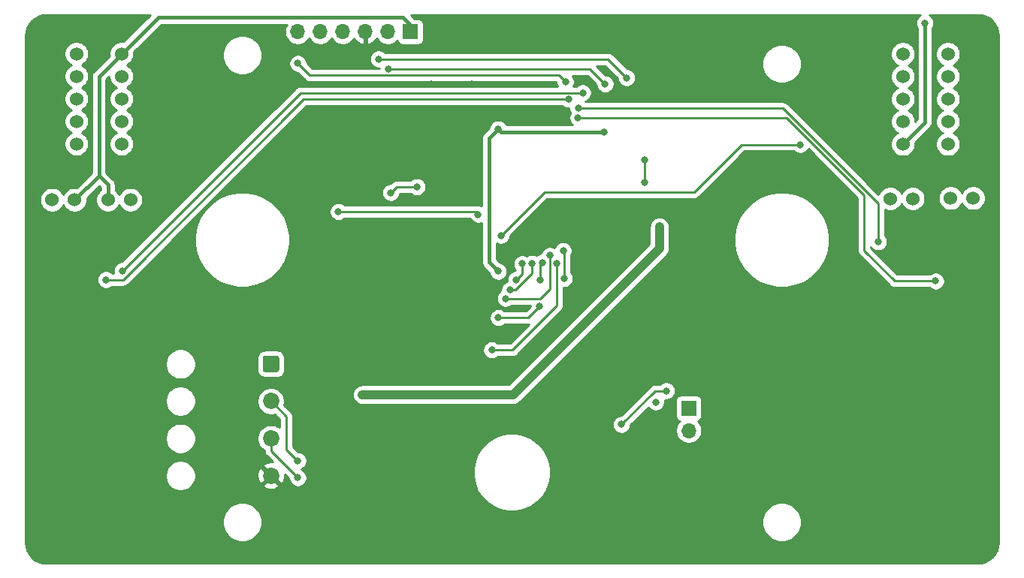
<source format=gbl>
%TF.GenerationSoftware,KiCad,Pcbnew,(5.1.12)-1*%
%TF.CreationDate,2022-01-24T11:12:20+01:00*%
%TF.ProjectId,KieraV2,4b696572-6156-4322-9e6b-696361645f70,rev?*%
%TF.SameCoordinates,Original*%
%TF.FileFunction,Copper,L2,Bot*%
%TF.FilePolarity,Positive*%
%FSLAX46Y46*%
G04 Gerber Fmt 4.6, Leading zero omitted, Abs format (unit mm)*
G04 Created by KiCad (PCBNEW (5.1.12)-1) date 2022-01-24 11:12:20*
%MOMM*%
%LPD*%
G01*
G04 APERTURE LIST*
%TA.AperFunction,ComponentPad*%
%ADD10O,1.700000X1.700000*%
%TD*%
%TA.AperFunction,ComponentPad*%
%ADD11R,1.700000X1.700000*%
%TD*%
%TA.AperFunction,ComponentPad*%
%ADD12C,1.524000*%
%TD*%
%TA.AperFunction,ComponentPad*%
%ADD13C,1.850000*%
%TD*%
%TA.AperFunction,ViaPad*%
%ADD14C,0.800000*%
%TD*%
%TA.AperFunction,Conductor*%
%ADD15C,0.250000*%
%TD*%
%TA.AperFunction,Conductor*%
%ADD16C,0.400000*%
%TD*%
%TA.AperFunction,Conductor*%
%ADD17C,1.000000*%
%TD*%
%TA.AperFunction,Conductor*%
%ADD18C,0.254000*%
%TD*%
%TA.AperFunction,Conductor*%
%ADD19C,0.100000*%
%TD*%
G04 APERTURE END LIST*
D10*
X133860000Y-92375000D03*
X136400000Y-92375000D03*
X138940000Y-92375000D03*
X141480000Y-92375000D03*
X144020000Y-92375000D03*
D11*
X146560000Y-92375000D03*
D12*
X114015000Y-105030000D03*
X114015000Y-102490000D03*
X114015000Y-99950000D03*
X114015000Y-97410000D03*
X114015000Y-94870000D03*
X108935000Y-94870000D03*
X108935000Y-97410000D03*
X108935000Y-99950000D03*
X108935000Y-102490000D03*
X108935000Y-105030000D03*
D13*
X130850000Y-142450000D03*
X130850000Y-138250000D03*
X130850000Y-134050000D03*
%TA.AperFunction,ComponentPad*%
G36*
G01*
X130174999Y-128925000D02*
X131525001Y-128925000D01*
G75*
G02*
X131775000Y-129174999I0J-249999D01*
G01*
X131775000Y-130525001D01*
G75*
G02*
X131525001Y-130775000I-249999J0D01*
G01*
X130174999Y-130775000D01*
G75*
G02*
X129925000Y-130525001I0J249999D01*
G01*
X129925000Y-129174999D01*
G75*
G02*
X130174999Y-128925000I249999J0D01*
G01*
G37*
%TD.AperFunction*%
D12*
X202060000Y-94895000D03*
X202060000Y-97435000D03*
X202060000Y-99975000D03*
X202060000Y-102515000D03*
X202060000Y-105055000D03*
X207140000Y-105055000D03*
X207140000Y-102515000D03*
X207140000Y-99975000D03*
X207140000Y-97435000D03*
X207140000Y-94895000D03*
X106175000Y-111325000D03*
X108715000Y-111325000D03*
X115015000Y-111325000D03*
X112475000Y-111325000D03*
X200630000Y-111200000D03*
X203170000Y-111200000D03*
X209970000Y-111150000D03*
X207430000Y-111150000D03*
D10*
X177925000Y-137365000D03*
D11*
X177925000Y-134825000D03*
D14*
X158350000Y-129375000D03*
X159350000Y-129225001D03*
X165075000Y-118450000D03*
X169750000Y-99975000D03*
X171400000Y-99875000D03*
X138800000Y-132000000D03*
X143425000Y-143475000D03*
X144300000Y-147175000D03*
X148750000Y-149100000D03*
X152575000Y-106900000D03*
X149150000Y-111275000D03*
X148950000Y-98325000D03*
X153475000Y-98300000D03*
X151925000Y-93400000D03*
X150075000Y-102775000D03*
X147450000Y-105025000D03*
X167700000Y-128575000D03*
X171375000Y-124900000D03*
X168650000Y-115550000D03*
X170900000Y-111800000D03*
X162875000Y-112025000D03*
X176925000Y-98400000D03*
X182025000Y-93525000D03*
X193225000Y-100900000D03*
X205950000Y-107225000D03*
X205350000Y-115375000D03*
X111575000Y-93600000D03*
X108075000Y-108525000D03*
X121350000Y-147800000D03*
X113425000Y-133450000D03*
X124625000Y-124475000D03*
X133650000Y-123575000D03*
X119250000Y-109300000D03*
X130675000Y-98875000D03*
X187750000Y-127750000D03*
X187325000Y-140475000D03*
X205900000Y-128100000D03*
X205650000Y-144400000D03*
X197500000Y-134300000D03*
X175600000Y-148700000D03*
X150325000Y-138700000D03*
X164725000Y-137450000D03*
X106100000Y-148625000D03*
X106775000Y-125900000D03*
X154225000Y-131050000D03*
X151900000Y-129125000D03*
X154325000Y-121325000D03*
X155500000Y-122150000D03*
X163350000Y-131925000D03*
X205750000Y-120500000D03*
X165449322Y-102074322D03*
X147300000Y-109875000D03*
X144350000Y-110525000D03*
X199275000Y-116075000D03*
X165468724Y-101029600D03*
X114100000Y-119325000D03*
X165975000Y-99275000D03*
X204550000Y-91400000D03*
X174625000Y-114400000D03*
X141150000Y-133325000D03*
X142975000Y-95450000D03*
X170925000Y-97575000D03*
X168500000Y-98275000D03*
X144100000Y-96575000D03*
X138450000Y-112675000D03*
X154200000Y-112975000D03*
X156775000Y-115350000D03*
X190500000Y-105100000D03*
X164025000Y-98025000D03*
X133875000Y-95950000D03*
X172975000Y-109375000D03*
X172974998Y-106875000D03*
X163875000Y-120200000D03*
X163775010Y-117077890D03*
X163050000Y-118525000D03*
X155725000Y-128275000D03*
X157275000Y-122463519D03*
X162275000Y-117625000D03*
X156475000Y-124625000D03*
X161125000Y-123350000D03*
X161200000Y-120400000D03*
X161400000Y-118400000D03*
X157775000Y-121500000D03*
X160250000Y-118525000D03*
X158475000Y-120350000D03*
X159150000Y-118550000D03*
X168400000Y-103725000D03*
X156450000Y-103350000D03*
X156450000Y-119400000D03*
X133875000Y-142675000D03*
X174200000Y-134150000D03*
X133875000Y-140775000D03*
X175403768Y-132878768D03*
X170349989Y-136677007D03*
X112250000Y-120350000D03*
X164375000Y-100000000D03*
D15*
X197675000Y-110800000D02*
X188949322Y-102074322D01*
X205750000Y-120500000D02*
X201125000Y-120500000D01*
X197675000Y-117050000D02*
X197675000Y-110800000D01*
X188949322Y-102074322D02*
X165449322Y-102074322D01*
X201125000Y-120500000D02*
X197675000Y-117050000D01*
X145000000Y-109875000D02*
X144350000Y-110525000D01*
X147300000Y-109875000D02*
X145000000Y-109875000D01*
X199275000Y-116075000D02*
X199275000Y-111763590D01*
X188541010Y-101029600D02*
X165468724Y-101029600D01*
X199275000Y-111763590D02*
X188541010Y-101029600D01*
X114100000Y-119325000D02*
X134150000Y-99275000D01*
X134150000Y-99275000D02*
X165975000Y-99275000D01*
D16*
X204550000Y-102565000D02*
X202060000Y-105055000D01*
X204550000Y-91400000D02*
X204550000Y-102565000D01*
X108715000Y-111325000D02*
X111450000Y-108590000D01*
X111450000Y-97435000D02*
X114015000Y-94870000D01*
X111450000Y-108590000D02*
X111450000Y-97435000D01*
X112475000Y-109615000D02*
X111450000Y-108590000D01*
X112475000Y-111325000D02*
X112475000Y-109615000D01*
X146560000Y-92375000D02*
X146560000Y-91585000D01*
X146560000Y-91585000D02*
X145700000Y-90725000D01*
X118160000Y-90725000D02*
X114015000Y-94870000D01*
X145700000Y-90725000D02*
X118160000Y-90725000D01*
D17*
X158100000Y-133325000D02*
X141150000Y-133325000D01*
X174625000Y-116800000D02*
X158100000Y-133325000D01*
X174625000Y-114400000D02*
X174625000Y-116800000D01*
D15*
X142975000Y-95450000D02*
X167150000Y-95450000D01*
X168800000Y-95450000D02*
X167150000Y-95450000D01*
X170925000Y-97575000D02*
X168800000Y-95450000D01*
X166800000Y-96575000D02*
X144100000Y-96575000D01*
X168500000Y-98275000D02*
X166800000Y-96575000D01*
X153900000Y-112675000D02*
X154200000Y-112975000D01*
X138450000Y-112675000D02*
X153900000Y-112675000D01*
X156775000Y-115350000D02*
X161675000Y-110450000D01*
X161675000Y-110450000D02*
X178550000Y-110450000D01*
X183900000Y-105100000D02*
X190500000Y-105100000D01*
X178550000Y-110450000D02*
X183900000Y-105100000D01*
X163300001Y-97300001D02*
X135225001Y-97300001D01*
X135225001Y-97300001D02*
X133875000Y-95950000D01*
X164025000Y-98025000D02*
X163300001Y-97300001D01*
X172975000Y-109275000D02*
X172975000Y-109375000D01*
X172975000Y-109375000D02*
X172975000Y-106875002D01*
X172975000Y-106875002D02*
X172974998Y-106875000D01*
X163875000Y-120200000D02*
X163875000Y-117177880D01*
X163875000Y-117177880D02*
X163775010Y-117077890D01*
X163050000Y-118525000D02*
X163050000Y-123300000D01*
X158075000Y-128275000D02*
X155725000Y-128275000D01*
X163050000Y-123300000D02*
X158075000Y-128275000D01*
X162275000Y-121400000D02*
X162275000Y-117625000D01*
X161211481Y-122463519D02*
X162275000Y-121400000D01*
X157275000Y-122463519D02*
X161211481Y-122463519D01*
X159850000Y-124625000D02*
X161125000Y-123350000D01*
X156475000Y-124625000D02*
X159850000Y-124625000D01*
X161200000Y-118600000D02*
X161400000Y-118400000D01*
X161200000Y-120400000D02*
X161200000Y-118600000D01*
X160250000Y-119648002D02*
X160250000Y-118525000D01*
X158398002Y-121500000D02*
X160250000Y-119648002D01*
X157775000Y-121500000D02*
X158398002Y-121500000D01*
X158475000Y-120350000D02*
X159150000Y-119675000D01*
X159150000Y-119675000D02*
X159150000Y-118550000D01*
D16*
X156825000Y-103725000D02*
X156450000Y-103350000D01*
X168400000Y-103725000D02*
X156825000Y-103725000D01*
X155425000Y-118375000D02*
X156450000Y-119400000D01*
X155425000Y-104375000D02*
X155425000Y-118375000D01*
X156450000Y-103350000D02*
X155425000Y-104375000D01*
D15*
X130850000Y-139650000D02*
X133875000Y-142675000D01*
X130850000Y-138250000D02*
X130850000Y-139650000D01*
X130850000Y-134050000D02*
X132575000Y-135775000D01*
X132575000Y-139475000D02*
X133875000Y-140775000D01*
X132575000Y-135775000D02*
X132575000Y-139475000D01*
X174148228Y-132878768D02*
X175403768Y-132878768D01*
X170349989Y-136677007D02*
X174148228Y-132878768D01*
X114198004Y-120350000D02*
X134548004Y-100000000D01*
X112250000Y-120350000D02*
X114198004Y-120350000D01*
X134548004Y-100000000D02*
X164375000Y-100000000D01*
D18*
X114218102Y-93486031D02*
X114152592Y-93473000D01*
X113877408Y-93473000D01*
X113607510Y-93526686D01*
X113353273Y-93631995D01*
X113124465Y-93784880D01*
X112929880Y-93979465D01*
X112776995Y-94208273D01*
X112671686Y-94462510D01*
X112618000Y-94732408D01*
X112618000Y-95007592D01*
X112631031Y-95073101D01*
X110888574Y-96815559D01*
X110856710Y-96841709D01*
X110796376Y-96915226D01*
X110752364Y-96968855D01*
X110674828Y-97113914D01*
X110627082Y-97271312D01*
X110610960Y-97435000D01*
X110615001Y-97476029D01*
X110615000Y-108244132D01*
X108918102Y-109941031D01*
X108852592Y-109928000D01*
X108577408Y-109928000D01*
X108307510Y-109981686D01*
X108053273Y-110086995D01*
X107824465Y-110239880D01*
X107629880Y-110434465D01*
X107476995Y-110663273D01*
X107445000Y-110740515D01*
X107413005Y-110663273D01*
X107260120Y-110434465D01*
X107065535Y-110239880D01*
X106836727Y-110086995D01*
X106582490Y-109981686D01*
X106312592Y-109928000D01*
X106037408Y-109928000D01*
X105767510Y-109981686D01*
X105513273Y-110086995D01*
X105284465Y-110239880D01*
X105089880Y-110434465D01*
X104936995Y-110663273D01*
X104831686Y-110917510D01*
X104778000Y-111187408D01*
X104778000Y-111462592D01*
X104831686Y-111732490D01*
X104936995Y-111986727D01*
X105089880Y-112215535D01*
X105284465Y-112410120D01*
X105513273Y-112563005D01*
X105767510Y-112668314D01*
X106037408Y-112722000D01*
X106312592Y-112722000D01*
X106582490Y-112668314D01*
X106836727Y-112563005D01*
X107065535Y-112410120D01*
X107260120Y-112215535D01*
X107413005Y-111986727D01*
X107445000Y-111909485D01*
X107476995Y-111986727D01*
X107629880Y-112215535D01*
X107824465Y-112410120D01*
X108053273Y-112563005D01*
X108307510Y-112668314D01*
X108577408Y-112722000D01*
X108852592Y-112722000D01*
X109122490Y-112668314D01*
X109376727Y-112563005D01*
X109605535Y-112410120D01*
X109800120Y-112215535D01*
X109953005Y-111986727D01*
X110058314Y-111732490D01*
X110112000Y-111462592D01*
X110112000Y-111187408D01*
X110098969Y-111121898D01*
X111450000Y-109770868D01*
X111640001Y-109960869D01*
X111640001Y-110202772D01*
X111584465Y-110239880D01*
X111389880Y-110434465D01*
X111236995Y-110663273D01*
X111131686Y-110917510D01*
X111078000Y-111187408D01*
X111078000Y-111462592D01*
X111131686Y-111732490D01*
X111236995Y-111986727D01*
X111389880Y-112215535D01*
X111584465Y-112410120D01*
X111813273Y-112563005D01*
X112067510Y-112668314D01*
X112337408Y-112722000D01*
X112612592Y-112722000D01*
X112882490Y-112668314D01*
X113136727Y-112563005D01*
X113365535Y-112410120D01*
X113560120Y-112215535D01*
X113713005Y-111986727D01*
X113745000Y-111909485D01*
X113776995Y-111986727D01*
X113929880Y-112215535D01*
X114124465Y-112410120D01*
X114353273Y-112563005D01*
X114607510Y-112668314D01*
X114877408Y-112722000D01*
X115152592Y-112722000D01*
X115422490Y-112668314D01*
X115676727Y-112563005D01*
X115905535Y-112410120D01*
X116100120Y-112215535D01*
X116253005Y-111986727D01*
X116358314Y-111732490D01*
X116412000Y-111462592D01*
X116412000Y-111187408D01*
X116358314Y-110917510D01*
X116253005Y-110663273D01*
X116100120Y-110434465D01*
X115905535Y-110239880D01*
X115676727Y-110086995D01*
X115422490Y-109981686D01*
X115152592Y-109928000D01*
X114877408Y-109928000D01*
X114607510Y-109981686D01*
X114353273Y-110086995D01*
X114124465Y-110239880D01*
X113929880Y-110434465D01*
X113776995Y-110663273D01*
X113745000Y-110740515D01*
X113713005Y-110663273D01*
X113560120Y-110434465D01*
X113365535Y-110239880D01*
X113310000Y-110202773D01*
X113310000Y-109656018D01*
X113314040Y-109615000D01*
X113297918Y-109451311D01*
X113250172Y-109293913D01*
X113172636Y-109148854D01*
X113094439Y-109053570D01*
X113094437Y-109053568D01*
X113068291Y-109021709D01*
X113036432Y-108995563D01*
X112285000Y-108244132D01*
X112285000Y-97780867D01*
X112618000Y-97447867D01*
X112618000Y-97547592D01*
X112671686Y-97817490D01*
X112776995Y-98071727D01*
X112929880Y-98300535D01*
X113124465Y-98495120D01*
X113353273Y-98648005D01*
X113430515Y-98680000D01*
X113353273Y-98711995D01*
X113124465Y-98864880D01*
X112929880Y-99059465D01*
X112776995Y-99288273D01*
X112671686Y-99542510D01*
X112618000Y-99812408D01*
X112618000Y-100087592D01*
X112671686Y-100357490D01*
X112776995Y-100611727D01*
X112929880Y-100840535D01*
X113124465Y-101035120D01*
X113353273Y-101188005D01*
X113430515Y-101220000D01*
X113353273Y-101251995D01*
X113124465Y-101404880D01*
X112929880Y-101599465D01*
X112776995Y-101828273D01*
X112671686Y-102082510D01*
X112618000Y-102352408D01*
X112618000Y-102627592D01*
X112671686Y-102897490D01*
X112776995Y-103151727D01*
X112929880Y-103380535D01*
X113124465Y-103575120D01*
X113353273Y-103728005D01*
X113430515Y-103760000D01*
X113353273Y-103791995D01*
X113124465Y-103944880D01*
X112929880Y-104139465D01*
X112776995Y-104368273D01*
X112671686Y-104622510D01*
X112618000Y-104892408D01*
X112618000Y-105167592D01*
X112671686Y-105437490D01*
X112776995Y-105691727D01*
X112929880Y-105920535D01*
X113124465Y-106115120D01*
X113353273Y-106268005D01*
X113607510Y-106373314D01*
X113877408Y-106427000D01*
X114152592Y-106427000D01*
X114422490Y-106373314D01*
X114676727Y-106268005D01*
X114905535Y-106115120D01*
X115100120Y-105920535D01*
X115253005Y-105691727D01*
X115358314Y-105437490D01*
X115412000Y-105167592D01*
X115412000Y-104892408D01*
X115358314Y-104622510D01*
X115253005Y-104368273D01*
X115100120Y-104139465D01*
X114905535Y-103944880D01*
X114676727Y-103791995D01*
X114599485Y-103760000D01*
X114676727Y-103728005D01*
X114905535Y-103575120D01*
X115100120Y-103380535D01*
X115253005Y-103151727D01*
X115358314Y-102897490D01*
X115412000Y-102627592D01*
X115412000Y-102352408D01*
X115358314Y-102082510D01*
X115253005Y-101828273D01*
X115100120Y-101599465D01*
X114905535Y-101404880D01*
X114676727Y-101251995D01*
X114599485Y-101220000D01*
X114676727Y-101188005D01*
X114905535Y-101035120D01*
X115100120Y-100840535D01*
X115253005Y-100611727D01*
X115358314Y-100357490D01*
X115412000Y-100087592D01*
X115412000Y-99812408D01*
X115358314Y-99542510D01*
X115253005Y-99288273D01*
X115100120Y-99059465D01*
X114905535Y-98864880D01*
X114676727Y-98711995D01*
X114599485Y-98680000D01*
X114676727Y-98648005D01*
X114905535Y-98495120D01*
X115100120Y-98300535D01*
X115253005Y-98071727D01*
X115358314Y-97817490D01*
X115412000Y-97547592D01*
X115412000Y-97272408D01*
X115358314Y-97002510D01*
X115253005Y-96748273D01*
X115100120Y-96519465D01*
X114905535Y-96324880D01*
X114676727Y-96171995D01*
X114599485Y-96140000D01*
X114676727Y-96108005D01*
X114905535Y-95955120D01*
X115100120Y-95760535D01*
X115253005Y-95531727D01*
X115358314Y-95277490D01*
X115412000Y-95007592D01*
X115412000Y-94779872D01*
X125365000Y-94779872D01*
X125365000Y-95220128D01*
X125450890Y-95651925D01*
X125619369Y-96058669D01*
X125863962Y-96424729D01*
X126175271Y-96736038D01*
X126541331Y-96980631D01*
X126948075Y-97149110D01*
X127379872Y-97235000D01*
X127820128Y-97235000D01*
X128251925Y-97149110D01*
X128658669Y-96980631D01*
X129024729Y-96736038D01*
X129336038Y-96424729D01*
X129580631Y-96058669D01*
X129749110Y-95651925D01*
X129835000Y-95220128D01*
X129835000Y-94779872D01*
X129749110Y-94348075D01*
X129580631Y-93941331D01*
X129336038Y-93575271D01*
X129024729Y-93263962D01*
X128658669Y-93019369D01*
X128251925Y-92850890D01*
X127820128Y-92765000D01*
X127379872Y-92765000D01*
X126948075Y-92850890D01*
X126541331Y-93019369D01*
X126175271Y-93263962D01*
X125863962Y-93575271D01*
X125619369Y-93941331D01*
X125450890Y-94348075D01*
X125365000Y-94779872D01*
X115412000Y-94779872D01*
X115412000Y-94732408D01*
X115398969Y-94666898D01*
X118505868Y-91560000D01*
X132618571Y-91560000D01*
X132544010Y-91671589D01*
X132432068Y-91941842D01*
X132375000Y-92228740D01*
X132375000Y-92521260D01*
X132432068Y-92808158D01*
X132544010Y-93078411D01*
X132706525Y-93321632D01*
X132913368Y-93528475D01*
X133156589Y-93690990D01*
X133426842Y-93802932D01*
X133713740Y-93860000D01*
X134006260Y-93860000D01*
X134293158Y-93802932D01*
X134563411Y-93690990D01*
X134806632Y-93528475D01*
X135013475Y-93321632D01*
X135130000Y-93147240D01*
X135246525Y-93321632D01*
X135453368Y-93528475D01*
X135696589Y-93690990D01*
X135966842Y-93802932D01*
X136253740Y-93860000D01*
X136546260Y-93860000D01*
X136833158Y-93802932D01*
X137103411Y-93690990D01*
X137346632Y-93528475D01*
X137553475Y-93321632D01*
X137670000Y-93147240D01*
X137786525Y-93321632D01*
X137993368Y-93528475D01*
X138236589Y-93690990D01*
X138506842Y-93802932D01*
X138793740Y-93860000D01*
X139086260Y-93860000D01*
X139373158Y-93802932D01*
X139643411Y-93690990D01*
X139886632Y-93528475D01*
X140093475Y-93321632D01*
X140215195Y-93139466D01*
X140284822Y-93256355D01*
X140479731Y-93472588D01*
X140713080Y-93646641D01*
X140975901Y-93771825D01*
X141123110Y-93816476D01*
X141353000Y-93695155D01*
X141353000Y-92502000D01*
X141333000Y-92502000D01*
X141333000Y-92248000D01*
X141353000Y-92248000D01*
X141353000Y-92228000D01*
X141607000Y-92228000D01*
X141607000Y-92248000D01*
X141627000Y-92248000D01*
X141627000Y-92502000D01*
X141607000Y-92502000D01*
X141607000Y-93695155D01*
X141836890Y-93816476D01*
X141984099Y-93771825D01*
X142246920Y-93646641D01*
X142480269Y-93472588D01*
X142675178Y-93256355D01*
X142744805Y-93139466D01*
X142866525Y-93321632D01*
X143073368Y-93528475D01*
X143316589Y-93690990D01*
X143586842Y-93802932D01*
X143873740Y-93860000D01*
X144166260Y-93860000D01*
X144453158Y-93802932D01*
X144723411Y-93690990D01*
X144966632Y-93528475D01*
X145098487Y-93396620D01*
X145120498Y-93469180D01*
X145179463Y-93579494D01*
X145258815Y-93676185D01*
X145355506Y-93755537D01*
X145465820Y-93814502D01*
X145585518Y-93850812D01*
X145710000Y-93863072D01*
X147410000Y-93863072D01*
X147534482Y-93850812D01*
X147654180Y-93814502D01*
X147764494Y-93755537D01*
X147861185Y-93676185D01*
X147940537Y-93579494D01*
X147999502Y-93469180D01*
X148035812Y-93349482D01*
X148048072Y-93225000D01*
X148048072Y-91525000D01*
X148035812Y-91400518D01*
X147999502Y-91280820D01*
X147940537Y-91170506D01*
X147861185Y-91073815D01*
X147764494Y-90994463D01*
X147654180Y-90935498D01*
X147534482Y-90899188D01*
X147410000Y-90886928D01*
X147042797Y-90886928D01*
X146640868Y-90485000D01*
X204056444Y-90485000D01*
X203890226Y-90596063D01*
X203746063Y-90740226D01*
X203632795Y-90909744D01*
X203554774Y-91098102D01*
X203515000Y-91298061D01*
X203515000Y-91501939D01*
X203554774Y-91701898D01*
X203632795Y-91890256D01*
X203715000Y-92013285D01*
X203715001Y-102219130D01*
X203457000Y-102477131D01*
X203457000Y-102377408D01*
X203403314Y-102107510D01*
X203298005Y-101853273D01*
X203145120Y-101624465D01*
X202950535Y-101429880D01*
X202721727Y-101276995D01*
X202644485Y-101245000D01*
X202721727Y-101213005D01*
X202950535Y-101060120D01*
X203145120Y-100865535D01*
X203298005Y-100636727D01*
X203403314Y-100382490D01*
X203457000Y-100112592D01*
X203457000Y-99837408D01*
X203403314Y-99567510D01*
X203298005Y-99313273D01*
X203145120Y-99084465D01*
X202950535Y-98889880D01*
X202721727Y-98736995D01*
X202644485Y-98705000D01*
X202721727Y-98673005D01*
X202950535Y-98520120D01*
X203145120Y-98325535D01*
X203298005Y-98096727D01*
X203403314Y-97842490D01*
X203457000Y-97572592D01*
X203457000Y-97297408D01*
X203403314Y-97027510D01*
X203298005Y-96773273D01*
X203145120Y-96544465D01*
X202950535Y-96349880D01*
X202721727Y-96196995D01*
X202644485Y-96165000D01*
X202721727Y-96133005D01*
X202950535Y-95980120D01*
X203145120Y-95785535D01*
X203298005Y-95556727D01*
X203403314Y-95302490D01*
X203457000Y-95032592D01*
X203457000Y-94757408D01*
X203403314Y-94487510D01*
X203298005Y-94233273D01*
X203145120Y-94004465D01*
X202950535Y-93809880D01*
X202721727Y-93656995D01*
X202467490Y-93551686D01*
X202197592Y-93498000D01*
X201922408Y-93498000D01*
X201652510Y-93551686D01*
X201398273Y-93656995D01*
X201169465Y-93809880D01*
X200974880Y-94004465D01*
X200821995Y-94233273D01*
X200716686Y-94487510D01*
X200663000Y-94757408D01*
X200663000Y-95032592D01*
X200716686Y-95302490D01*
X200821995Y-95556727D01*
X200974880Y-95785535D01*
X201169465Y-95980120D01*
X201398273Y-96133005D01*
X201475515Y-96165000D01*
X201398273Y-96196995D01*
X201169465Y-96349880D01*
X200974880Y-96544465D01*
X200821995Y-96773273D01*
X200716686Y-97027510D01*
X200663000Y-97297408D01*
X200663000Y-97572592D01*
X200716686Y-97842490D01*
X200821995Y-98096727D01*
X200974880Y-98325535D01*
X201169465Y-98520120D01*
X201398273Y-98673005D01*
X201475515Y-98705000D01*
X201398273Y-98736995D01*
X201169465Y-98889880D01*
X200974880Y-99084465D01*
X200821995Y-99313273D01*
X200716686Y-99567510D01*
X200663000Y-99837408D01*
X200663000Y-100112592D01*
X200716686Y-100382490D01*
X200821995Y-100636727D01*
X200974880Y-100865535D01*
X201169465Y-101060120D01*
X201398273Y-101213005D01*
X201475515Y-101245000D01*
X201398273Y-101276995D01*
X201169465Y-101429880D01*
X200974880Y-101624465D01*
X200821995Y-101853273D01*
X200716686Y-102107510D01*
X200663000Y-102377408D01*
X200663000Y-102652592D01*
X200716686Y-102922490D01*
X200821995Y-103176727D01*
X200974880Y-103405535D01*
X201169465Y-103600120D01*
X201398273Y-103753005D01*
X201475515Y-103785000D01*
X201398273Y-103816995D01*
X201169465Y-103969880D01*
X200974880Y-104164465D01*
X200821995Y-104393273D01*
X200716686Y-104647510D01*
X200663000Y-104917408D01*
X200663000Y-105192592D01*
X200716686Y-105462490D01*
X200821995Y-105716727D01*
X200974880Y-105945535D01*
X201169465Y-106140120D01*
X201398273Y-106293005D01*
X201652510Y-106398314D01*
X201922408Y-106452000D01*
X202197592Y-106452000D01*
X202467490Y-106398314D01*
X202721727Y-106293005D01*
X202950535Y-106140120D01*
X203145120Y-105945535D01*
X203298005Y-105716727D01*
X203403314Y-105462490D01*
X203457000Y-105192592D01*
X203457000Y-104917408D01*
X203443969Y-104851898D01*
X205111432Y-103184437D01*
X205143291Y-103158291D01*
X205216121Y-103069548D01*
X205247636Y-103031146D01*
X205325172Y-102886087D01*
X205340875Y-102834322D01*
X205372918Y-102728689D01*
X205385000Y-102606019D01*
X205385000Y-102606018D01*
X205389040Y-102565000D01*
X205385000Y-102523982D01*
X205385000Y-94757408D01*
X205743000Y-94757408D01*
X205743000Y-95032592D01*
X205796686Y-95302490D01*
X205901995Y-95556727D01*
X206054880Y-95785535D01*
X206249465Y-95980120D01*
X206478273Y-96133005D01*
X206555515Y-96165000D01*
X206478273Y-96196995D01*
X206249465Y-96349880D01*
X206054880Y-96544465D01*
X205901995Y-96773273D01*
X205796686Y-97027510D01*
X205743000Y-97297408D01*
X205743000Y-97572592D01*
X205796686Y-97842490D01*
X205901995Y-98096727D01*
X206054880Y-98325535D01*
X206249465Y-98520120D01*
X206478273Y-98673005D01*
X206555515Y-98705000D01*
X206478273Y-98736995D01*
X206249465Y-98889880D01*
X206054880Y-99084465D01*
X205901995Y-99313273D01*
X205796686Y-99567510D01*
X205743000Y-99837408D01*
X205743000Y-100112592D01*
X205796686Y-100382490D01*
X205901995Y-100636727D01*
X206054880Y-100865535D01*
X206249465Y-101060120D01*
X206478273Y-101213005D01*
X206555515Y-101245000D01*
X206478273Y-101276995D01*
X206249465Y-101429880D01*
X206054880Y-101624465D01*
X205901995Y-101853273D01*
X205796686Y-102107510D01*
X205743000Y-102377408D01*
X205743000Y-102652592D01*
X205796686Y-102922490D01*
X205901995Y-103176727D01*
X206054880Y-103405535D01*
X206249465Y-103600120D01*
X206478273Y-103753005D01*
X206555515Y-103785000D01*
X206478273Y-103816995D01*
X206249465Y-103969880D01*
X206054880Y-104164465D01*
X205901995Y-104393273D01*
X205796686Y-104647510D01*
X205743000Y-104917408D01*
X205743000Y-105192592D01*
X205796686Y-105462490D01*
X205901995Y-105716727D01*
X206054880Y-105945535D01*
X206249465Y-106140120D01*
X206478273Y-106293005D01*
X206732510Y-106398314D01*
X207002408Y-106452000D01*
X207277592Y-106452000D01*
X207547490Y-106398314D01*
X207801727Y-106293005D01*
X208030535Y-106140120D01*
X208225120Y-105945535D01*
X208378005Y-105716727D01*
X208483314Y-105462490D01*
X208537000Y-105192592D01*
X208537000Y-104917408D01*
X208483314Y-104647510D01*
X208378005Y-104393273D01*
X208225120Y-104164465D01*
X208030535Y-103969880D01*
X207801727Y-103816995D01*
X207724485Y-103785000D01*
X207801727Y-103753005D01*
X208030535Y-103600120D01*
X208225120Y-103405535D01*
X208378005Y-103176727D01*
X208483314Y-102922490D01*
X208537000Y-102652592D01*
X208537000Y-102377408D01*
X208483314Y-102107510D01*
X208378005Y-101853273D01*
X208225120Y-101624465D01*
X208030535Y-101429880D01*
X207801727Y-101276995D01*
X207724485Y-101245000D01*
X207801727Y-101213005D01*
X208030535Y-101060120D01*
X208225120Y-100865535D01*
X208378005Y-100636727D01*
X208483314Y-100382490D01*
X208537000Y-100112592D01*
X208537000Y-99837408D01*
X208483314Y-99567510D01*
X208378005Y-99313273D01*
X208225120Y-99084465D01*
X208030535Y-98889880D01*
X207801727Y-98736995D01*
X207724485Y-98705000D01*
X207801727Y-98673005D01*
X208030535Y-98520120D01*
X208225120Y-98325535D01*
X208378005Y-98096727D01*
X208483314Y-97842490D01*
X208537000Y-97572592D01*
X208537000Y-97297408D01*
X208483314Y-97027510D01*
X208378005Y-96773273D01*
X208225120Y-96544465D01*
X208030535Y-96349880D01*
X207801727Y-96196995D01*
X207724485Y-96165000D01*
X207801727Y-96133005D01*
X208030535Y-95980120D01*
X208225120Y-95785535D01*
X208378005Y-95556727D01*
X208483314Y-95302490D01*
X208537000Y-95032592D01*
X208537000Y-94757408D01*
X208483314Y-94487510D01*
X208378005Y-94233273D01*
X208225120Y-94004465D01*
X208030535Y-93809880D01*
X207801727Y-93656995D01*
X207547490Y-93551686D01*
X207277592Y-93498000D01*
X207002408Y-93498000D01*
X206732510Y-93551686D01*
X206478273Y-93656995D01*
X206249465Y-93809880D01*
X206054880Y-94004465D01*
X205901995Y-94233273D01*
X205796686Y-94487510D01*
X205743000Y-94757408D01*
X205385000Y-94757408D01*
X205385000Y-92013285D01*
X205467205Y-91890256D01*
X205545226Y-91701898D01*
X205585000Y-91501939D01*
X205585000Y-91298061D01*
X205545226Y-91098102D01*
X205467205Y-90909744D01*
X205353937Y-90740226D01*
X205209774Y-90596063D01*
X205043556Y-90485000D01*
X210466495Y-90485000D01*
X210949016Y-90532312D01*
X211380930Y-90662714D01*
X211779285Y-90874524D01*
X212128914Y-91159675D01*
X212416497Y-91507303D01*
X212631086Y-91904177D01*
X212764498Y-92335161D01*
X212815000Y-92815654D01*
X212815001Y-149966485D01*
X212767688Y-150449016D01*
X212637287Y-150880927D01*
X212425480Y-151279280D01*
X212140325Y-151628914D01*
X211792697Y-151916497D01*
X211395825Y-152131085D01*
X210964834Y-152264500D01*
X210484346Y-152315000D01*
X105533504Y-152315000D01*
X105050984Y-152267688D01*
X104619073Y-152137287D01*
X104220720Y-151925480D01*
X103871086Y-151640325D01*
X103583503Y-151292697D01*
X103368915Y-150895825D01*
X103235500Y-150464834D01*
X103185000Y-149984346D01*
X103185000Y-147479872D01*
X125365000Y-147479872D01*
X125365000Y-147920128D01*
X125450890Y-148351925D01*
X125619369Y-148758669D01*
X125863962Y-149124729D01*
X126175271Y-149436038D01*
X126541331Y-149680631D01*
X126948075Y-149849110D01*
X127379872Y-149935000D01*
X127820128Y-149935000D01*
X128251925Y-149849110D01*
X128658669Y-149680631D01*
X129024729Y-149436038D01*
X129336038Y-149124729D01*
X129580631Y-148758669D01*
X129749110Y-148351925D01*
X129835000Y-147920128D01*
X129835000Y-147479872D01*
X186165000Y-147479872D01*
X186165000Y-147920128D01*
X186250890Y-148351925D01*
X186419369Y-148758669D01*
X186663962Y-149124729D01*
X186975271Y-149436038D01*
X187341331Y-149680631D01*
X187748075Y-149849110D01*
X188179872Y-149935000D01*
X188620128Y-149935000D01*
X189051925Y-149849110D01*
X189458669Y-149680631D01*
X189824729Y-149436038D01*
X190136038Y-149124729D01*
X190380631Y-148758669D01*
X190549110Y-148351925D01*
X190635000Y-147920128D01*
X190635000Y-147479872D01*
X190549110Y-147048075D01*
X190380631Y-146641331D01*
X190136038Y-146275271D01*
X189824729Y-145963962D01*
X189458669Y-145719369D01*
X189051925Y-145550890D01*
X188620128Y-145465000D01*
X188179872Y-145465000D01*
X187748075Y-145550890D01*
X187341331Y-145719369D01*
X186975271Y-145963962D01*
X186663962Y-146275271D01*
X186419369Y-146641331D01*
X186250890Y-147048075D01*
X186165000Y-147479872D01*
X129835000Y-147479872D01*
X129749110Y-147048075D01*
X129580631Y-146641331D01*
X129336038Y-146275271D01*
X129024729Y-145963962D01*
X128658669Y-145719369D01*
X128251925Y-145550890D01*
X127820128Y-145465000D01*
X127379872Y-145465000D01*
X126948075Y-145550890D01*
X126541331Y-145719369D01*
X126175271Y-145963962D01*
X125863962Y-146275271D01*
X125619369Y-146641331D01*
X125450890Y-147048075D01*
X125365000Y-147479872D01*
X103185000Y-147479872D01*
X103185000Y-142279117D01*
X118915000Y-142279117D01*
X118915000Y-142620883D01*
X118981675Y-142956081D01*
X119112463Y-143271831D01*
X119302337Y-143555998D01*
X119544002Y-143797663D01*
X119828169Y-143987537D01*
X120143919Y-144118325D01*
X120479117Y-144185000D01*
X120820883Y-144185000D01*
X121156081Y-144118325D01*
X121471831Y-143987537D01*
X121755998Y-143797663D01*
X121997663Y-143555998D01*
X122013753Y-143531917D01*
X129947688Y-143531917D01*
X130034393Y-143788653D01*
X130311223Y-143922048D01*
X130608757Y-143998873D01*
X130915562Y-144016176D01*
X131219848Y-143973292D01*
X131509921Y-143871868D01*
X131665607Y-143788653D01*
X131752312Y-143531917D01*
X130850000Y-142629605D01*
X129947688Y-143531917D01*
X122013753Y-143531917D01*
X122187537Y-143271831D01*
X122318325Y-142956081D01*
X122385000Y-142620883D01*
X122385000Y-142515562D01*
X129283824Y-142515562D01*
X129326708Y-142819848D01*
X129428132Y-143109921D01*
X129511347Y-143265607D01*
X129768083Y-143352312D01*
X130670395Y-142450000D01*
X129768083Y-141547688D01*
X129511347Y-141634393D01*
X129377952Y-141911223D01*
X129301127Y-142208757D01*
X129283824Y-142515562D01*
X122385000Y-142515562D01*
X122385000Y-142279117D01*
X122318325Y-141943919D01*
X122187537Y-141628169D01*
X121997663Y-141344002D01*
X121755998Y-141102337D01*
X121471831Y-140912463D01*
X121156081Y-140781675D01*
X120820883Y-140715000D01*
X120479117Y-140715000D01*
X120143919Y-140781675D01*
X119828169Y-140912463D01*
X119544002Y-141102337D01*
X119302337Y-141344002D01*
X119112463Y-141628169D01*
X118981675Y-141943919D01*
X118915000Y-142279117D01*
X103185000Y-142279117D01*
X103185000Y-138079117D01*
X118915000Y-138079117D01*
X118915000Y-138420883D01*
X118981675Y-138756081D01*
X119112463Y-139071831D01*
X119302337Y-139355998D01*
X119544002Y-139597663D01*
X119828169Y-139787537D01*
X120143919Y-139918325D01*
X120479117Y-139985000D01*
X120820883Y-139985000D01*
X121156081Y-139918325D01*
X121471831Y-139787537D01*
X121755998Y-139597663D01*
X121997663Y-139355998D01*
X122187537Y-139071831D01*
X122318325Y-138756081D01*
X122385000Y-138420883D01*
X122385000Y-138079117D01*
X122318325Y-137743919D01*
X122187537Y-137428169D01*
X121997663Y-137144002D01*
X121755998Y-136902337D01*
X121471831Y-136712463D01*
X121156081Y-136581675D01*
X120820883Y-136515000D01*
X120479117Y-136515000D01*
X120143919Y-136581675D01*
X119828169Y-136712463D01*
X119544002Y-136902337D01*
X119302337Y-137144002D01*
X119112463Y-137428169D01*
X118981675Y-137743919D01*
X118915000Y-138079117D01*
X103185000Y-138079117D01*
X103185000Y-133879117D01*
X118915000Y-133879117D01*
X118915000Y-134220883D01*
X118981675Y-134556081D01*
X119112463Y-134871831D01*
X119302337Y-135155998D01*
X119544002Y-135397663D01*
X119828169Y-135587537D01*
X120143919Y-135718325D01*
X120479117Y-135785000D01*
X120820883Y-135785000D01*
X121156081Y-135718325D01*
X121471831Y-135587537D01*
X121755998Y-135397663D01*
X121997663Y-135155998D01*
X122187537Y-134871831D01*
X122318325Y-134556081D01*
X122385000Y-134220883D01*
X122385000Y-133896353D01*
X129290000Y-133896353D01*
X129290000Y-134203647D01*
X129349950Y-134505035D01*
X129467546Y-134788937D01*
X129638269Y-135044442D01*
X129855558Y-135261731D01*
X130111063Y-135432454D01*
X130394965Y-135550050D01*
X130696353Y-135610000D01*
X131003647Y-135610000D01*
X131280190Y-135554992D01*
X131815000Y-136089803D01*
X131815000Y-137018597D01*
X131588937Y-136867546D01*
X131305035Y-136749950D01*
X131003647Y-136690000D01*
X130696353Y-136690000D01*
X130394965Y-136749950D01*
X130111063Y-136867546D01*
X129855558Y-137038269D01*
X129638269Y-137255558D01*
X129467546Y-137511063D01*
X129349950Y-137794965D01*
X129290000Y-138096353D01*
X129290000Y-138403647D01*
X129349950Y-138705035D01*
X129467546Y-138988937D01*
X129638269Y-139244442D01*
X129855558Y-139461731D01*
X130089473Y-139618028D01*
X130086324Y-139650000D01*
X130100998Y-139798985D01*
X130144454Y-139942246D01*
X130215026Y-140074276D01*
X130286201Y-140161002D01*
X130310000Y-140190001D01*
X130338998Y-140213799D01*
X131022446Y-140897247D01*
X130784438Y-140883824D01*
X130480152Y-140926708D01*
X130190079Y-141028132D01*
X130034393Y-141111347D01*
X129947688Y-141368083D01*
X130850000Y-142270395D01*
X130864143Y-142256253D01*
X131043748Y-142435858D01*
X131029605Y-142450000D01*
X131931917Y-143352312D01*
X132188653Y-143265607D01*
X132322048Y-142988777D01*
X132398873Y-142691243D01*
X132416176Y-142384438D01*
X132400843Y-142275645D01*
X132840000Y-142714802D01*
X132840000Y-142776939D01*
X132879774Y-142976898D01*
X132957795Y-143165256D01*
X133071063Y-143334774D01*
X133215226Y-143478937D01*
X133384744Y-143592205D01*
X133573102Y-143670226D01*
X133773061Y-143710000D01*
X133976939Y-143710000D01*
X134176898Y-143670226D01*
X134365256Y-143592205D01*
X134534774Y-143478937D01*
X134678937Y-143334774D01*
X134792205Y-143165256D01*
X134870226Y-142976898D01*
X134910000Y-142776939D01*
X134910000Y-142573061D01*
X134870226Y-142373102D01*
X134792205Y-142184744D01*
X134678937Y-142015226D01*
X134534774Y-141871063D01*
X134365256Y-141757795D01*
X134286082Y-141725000D01*
X134365256Y-141692205D01*
X134438724Y-141643115D01*
X153615000Y-141643115D01*
X153615000Y-142506885D01*
X153783513Y-143354057D01*
X154114064Y-144152076D01*
X154593948Y-144870274D01*
X155204726Y-145481052D01*
X155922924Y-145960936D01*
X156720943Y-146291487D01*
X157568115Y-146460000D01*
X158431885Y-146460000D01*
X159279057Y-146291487D01*
X160077076Y-145960936D01*
X160795274Y-145481052D01*
X161406052Y-144870274D01*
X161885936Y-144152076D01*
X162216487Y-143354057D01*
X162385000Y-142506885D01*
X162385000Y-141643115D01*
X162216487Y-140795943D01*
X161885936Y-139997924D01*
X161406052Y-139279726D01*
X160795274Y-138668948D01*
X160077076Y-138189064D01*
X159279057Y-137858513D01*
X158431885Y-137690000D01*
X157568115Y-137690000D01*
X156720943Y-137858513D01*
X155922924Y-138189064D01*
X155204726Y-138668948D01*
X154593948Y-139279726D01*
X154114064Y-139997924D01*
X153783513Y-140795943D01*
X153615000Y-141643115D01*
X134438724Y-141643115D01*
X134534774Y-141578937D01*
X134678937Y-141434774D01*
X134792205Y-141265256D01*
X134870226Y-141076898D01*
X134910000Y-140876939D01*
X134910000Y-140673061D01*
X134870226Y-140473102D01*
X134792205Y-140284744D01*
X134678937Y-140115226D01*
X134534774Y-139971063D01*
X134365256Y-139857795D01*
X134176898Y-139779774D01*
X133976939Y-139740000D01*
X133914802Y-139740000D01*
X133335000Y-139160199D01*
X133335000Y-136575068D01*
X169314989Y-136575068D01*
X169314989Y-136778946D01*
X169354763Y-136978905D01*
X169432784Y-137167263D01*
X169546052Y-137336781D01*
X169690215Y-137480944D01*
X169859733Y-137594212D01*
X170048091Y-137672233D01*
X170248050Y-137712007D01*
X170451928Y-137712007D01*
X170651887Y-137672233D01*
X170840245Y-137594212D01*
X171009763Y-137480944D01*
X171153926Y-137336781D01*
X171267194Y-137167263D01*
X171345215Y-136978905D01*
X171384989Y-136778946D01*
X171384989Y-136716808D01*
X173354391Y-134747407D01*
X173396063Y-134809774D01*
X173540226Y-134953937D01*
X173709744Y-135067205D01*
X173898102Y-135145226D01*
X174098061Y-135185000D01*
X174301939Y-135185000D01*
X174501898Y-135145226D01*
X174690256Y-135067205D01*
X174859774Y-134953937D01*
X175003937Y-134809774D01*
X175117205Y-134640256D01*
X175195226Y-134451898D01*
X175235000Y-134251939D01*
X175235000Y-134048061D01*
X175220468Y-133975000D01*
X176436928Y-133975000D01*
X176436928Y-135675000D01*
X176449188Y-135799482D01*
X176485498Y-135919180D01*
X176544463Y-136029494D01*
X176623815Y-136126185D01*
X176720506Y-136205537D01*
X176830820Y-136264502D01*
X176903380Y-136286513D01*
X176771525Y-136418368D01*
X176609010Y-136661589D01*
X176497068Y-136931842D01*
X176440000Y-137218740D01*
X176440000Y-137511260D01*
X176497068Y-137798158D01*
X176609010Y-138068411D01*
X176771525Y-138311632D01*
X176978368Y-138518475D01*
X177221589Y-138680990D01*
X177491842Y-138792932D01*
X177778740Y-138850000D01*
X178071260Y-138850000D01*
X178358158Y-138792932D01*
X178628411Y-138680990D01*
X178871632Y-138518475D01*
X179078475Y-138311632D01*
X179240990Y-138068411D01*
X179352932Y-137798158D01*
X179410000Y-137511260D01*
X179410000Y-137218740D01*
X179352932Y-136931842D01*
X179240990Y-136661589D01*
X179078475Y-136418368D01*
X178946620Y-136286513D01*
X179019180Y-136264502D01*
X179129494Y-136205537D01*
X179226185Y-136126185D01*
X179305537Y-136029494D01*
X179364502Y-135919180D01*
X179400812Y-135799482D01*
X179413072Y-135675000D01*
X179413072Y-133975000D01*
X179400812Y-133850518D01*
X179364502Y-133730820D01*
X179305537Y-133620506D01*
X179226185Y-133523815D01*
X179129494Y-133444463D01*
X179019180Y-133385498D01*
X178899482Y-133349188D01*
X178775000Y-133336928D01*
X177075000Y-133336928D01*
X176950518Y-133349188D01*
X176830820Y-133385498D01*
X176720506Y-133444463D01*
X176623815Y-133523815D01*
X176544463Y-133620506D01*
X176485498Y-133730820D01*
X176449188Y-133850518D01*
X176436928Y-133975000D01*
X175220468Y-133975000D01*
X175204434Y-133894395D01*
X175301829Y-133913768D01*
X175505707Y-133913768D01*
X175705666Y-133873994D01*
X175894024Y-133795973D01*
X176063542Y-133682705D01*
X176207705Y-133538542D01*
X176320973Y-133369024D01*
X176398994Y-133180666D01*
X176438768Y-132980707D01*
X176438768Y-132776829D01*
X176398994Y-132576870D01*
X176320973Y-132388512D01*
X176207705Y-132218994D01*
X176063542Y-132074831D01*
X175894024Y-131961563D01*
X175705666Y-131883542D01*
X175505707Y-131843768D01*
X175301829Y-131843768D01*
X175101870Y-131883542D01*
X174913512Y-131961563D01*
X174743994Y-132074831D01*
X174700057Y-132118768D01*
X174185550Y-132118768D01*
X174148227Y-132115092D01*
X174110904Y-132118768D01*
X174110895Y-132118768D01*
X173999242Y-132129765D01*
X173855981Y-132173222D01*
X173723951Y-132243794D01*
X173640311Y-132312436D01*
X173608227Y-132338767D01*
X173584429Y-132367765D01*
X170310188Y-135642007D01*
X170248050Y-135642007D01*
X170048091Y-135681781D01*
X169859733Y-135759802D01*
X169690215Y-135873070D01*
X169546052Y-136017233D01*
X169432784Y-136186751D01*
X169354763Y-136375109D01*
X169314989Y-136575068D01*
X133335000Y-136575068D01*
X133335000Y-135812322D01*
X133338676Y-135774999D01*
X133335000Y-135737676D01*
X133335000Y-135737667D01*
X133324003Y-135626014D01*
X133280546Y-135482753D01*
X133209974Y-135350724D01*
X133196811Y-135334685D01*
X133138799Y-135263996D01*
X133138795Y-135263992D01*
X133115001Y-135234999D01*
X133086009Y-135211206D01*
X132354992Y-134480190D01*
X132410000Y-134203647D01*
X132410000Y-133896353D01*
X132350050Y-133594965D01*
X132238227Y-133325000D01*
X140009509Y-133325000D01*
X140031423Y-133547499D01*
X140096324Y-133761447D01*
X140201716Y-133958623D01*
X140343551Y-134131449D01*
X140516377Y-134273284D01*
X140713553Y-134378676D01*
X140927501Y-134443577D01*
X141094248Y-134460000D01*
X158044249Y-134460000D01*
X158100000Y-134465491D01*
X158155751Y-134460000D01*
X158155752Y-134460000D01*
X158322499Y-134443577D01*
X158536447Y-134378676D01*
X158733623Y-134273284D01*
X158906449Y-134131449D01*
X158941996Y-134088135D01*
X175388141Y-117641991D01*
X175431449Y-117606449D01*
X175573284Y-117433623D01*
X175678676Y-117236447D01*
X175743577Y-117022499D01*
X175757717Y-116878937D01*
X175765491Y-116800001D01*
X175760000Y-116744249D01*
X175760000Y-115294624D01*
X183015000Y-115294624D01*
X183015000Y-116355376D01*
X183221942Y-117395747D01*
X183627875Y-118375754D01*
X184217197Y-119257738D01*
X184967262Y-120007803D01*
X185849246Y-120597125D01*
X186829253Y-121003058D01*
X187869624Y-121210000D01*
X188930376Y-121210000D01*
X189970747Y-121003058D01*
X190950754Y-120597125D01*
X191832738Y-120007803D01*
X192582803Y-119257738D01*
X193172125Y-118375754D01*
X193578058Y-117395747D01*
X193785000Y-116355376D01*
X193785000Y-115294624D01*
X193578058Y-114254253D01*
X193172125Y-113274246D01*
X192582803Y-112392262D01*
X191832738Y-111642197D01*
X190950754Y-111052875D01*
X189970747Y-110646942D01*
X188930376Y-110440000D01*
X187869624Y-110440000D01*
X186829253Y-110646942D01*
X185849246Y-111052875D01*
X184967262Y-111642197D01*
X184217197Y-112392262D01*
X183627875Y-113274246D01*
X183221942Y-114254253D01*
X183015000Y-115294624D01*
X175760000Y-115294624D01*
X175760000Y-114344248D01*
X175743577Y-114177501D01*
X175678676Y-113963553D01*
X175573284Y-113766377D01*
X175431449Y-113593551D01*
X175258623Y-113451716D01*
X175061446Y-113346324D01*
X174847498Y-113281423D01*
X174625000Y-113259509D01*
X174402501Y-113281423D01*
X174188553Y-113346324D01*
X173991377Y-113451716D01*
X173818551Y-113593551D01*
X173676716Y-113766377D01*
X173571324Y-113963554D01*
X173506423Y-114177502D01*
X173490000Y-114344249D01*
X173490001Y-116329867D01*
X157629869Y-132190000D01*
X141094248Y-132190000D01*
X140927501Y-132206423D01*
X140713553Y-132271324D01*
X140516377Y-132376716D01*
X140343551Y-132518551D01*
X140201716Y-132691377D01*
X140096324Y-132888553D01*
X140031423Y-133102501D01*
X140009509Y-133325000D01*
X132238227Y-133325000D01*
X132232454Y-133311063D01*
X132061731Y-133055558D01*
X131844442Y-132838269D01*
X131588937Y-132667546D01*
X131305035Y-132549950D01*
X131003647Y-132490000D01*
X130696353Y-132490000D01*
X130394965Y-132549950D01*
X130111063Y-132667546D01*
X129855558Y-132838269D01*
X129638269Y-133055558D01*
X129467546Y-133311063D01*
X129349950Y-133594965D01*
X129290000Y-133896353D01*
X122385000Y-133896353D01*
X122385000Y-133879117D01*
X122318325Y-133543919D01*
X122187537Y-133228169D01*
X121997663Y-132944002D01*
X121755998Y-132702337D01*
X121471831Y-132512463D01*
X121156081Y-132381675D01*
X120820883Y-132315000D01*
X120479117Y-132315000D01*
X120143919Y-132381675D01*
X119828169Y-132512463D01*
X119544002Y-132702337D01*
X119302337Y-132944002D01*
X119112463Y-133228169D01*
X118981675Y-133543919D01*
X118915000Y-133879117D01*
X103185000Y-133879117D01*
X103185000Y-129679117D01*
X118915000Y-129679117D01*
X118915000Y-130020883D01*
X118981675Y-130356081D01*
X119112463Y-130671831D01*
X119302337Y-130955998D01*
X119544002Y-131197663D01*
X119828169Y-131387537D01*
X120143919Y-131518325D01*
X120479117Y-131585000D01*
X120820883Y-131585000D01*
X121156081Y-131518325D01*
X121471831Y-131387537D01*
X121755998Y-131197663D01*
X121997663Y-130955998D01*
X122187537Y-130671831D01*
X122318325Y-130356081D01*
X122385000Y-130020883D01*
X122385000Y-129679117D01*
X122318325Y-129343919D01*
X122248357Y-129174999D01*
X129286928Y-129174999D01*
X129286928Y-130525001D01*
X129303992Y-130698255D01*
X129354528Y-130864851D01*
X129436595Y-131018387D01*
X129547038Y-131152962D01*
X129681613Y-131263405D01*
X129835149Y-131345472D01*
X130001745Y-131396008D01*
X130174999Y-131413072D01*
X131525001Y-131413072D01*
X131698255Y-131396008D01*
X131864851Y-131345472D01*
X132018387Y-131263405D01*
X132152962Y-131152962D01*
X132263405Y-131018387D01*
X132345472Y-130864851D01*
X132396008Y-130698255D01*
X132413072Y-130525001D01*
X132413072Y-129174999D01*
X132396008Y-129001745D01*
X132345472Y-128835149D01*
X132263405Y-128681613D01*
X132152962Y-128547038D01*
X132018387Y-128436595D01*
X131864851Y-128354528D01*
X131698255Y-128303992D01*
X131525001Y-128286928D01*
X130174999Y-128286928D01*
X130001745Y-128303992D01*
X129835149Y-128354528D01*
X129681613Y-128436595D01*
X129547038Y-128547038D01*
X129436595Y-128681613D01*
X129354528Y-128835149D01*
X129303992Y-129001745D01*
X129286928Y-129174999D01*
X122248357Y-129174999D01*
X122187537Y-129028169D01*
X121997663Y-128744002D01*
X121755998Y-128502337D01*
X121471831Y-128312463D01*
X121156081Y-128181675D01*
X121112776Y-128173061D01*
X154690000Y-128173061D01*
X154690000Y-128376939D01*
X154729774Y-128576898D01*
X154807795Y-128765256D01*
X154921063Y-128934774D01*
X155065226Y-129078937D01*
X155234744Y-129192205D01*
X155423102Y-129270226D01*
X155623061Y-129310000D01*
X155826939Y-129310000D01*
X156026898Y-129270226D01*
X156215256Y-129192205D01*
X156384774Y-129078937D01*
X156428711Y-129035000D01*
X158037678Y-129035000D01*
X158075000Y-129038676D01*
X158112322Y-129035000D01*
X158112333Y-129035000D01*
X158223986Y-129024003D01*
X158367247Y-128980546D01*
X158499276Y-128909974D01*
X158615001Y-128815001D01*
X158638804Y-128785997D01*
X163561008Y-123863795D01*
X163590001Y-123840001D01*
X163613795Y-123811008D01*
X163613799Y-123811004D01*
X163684973Y-123724277D01*
X163723661Y-123651898D01*
X163755546Y-123592247D01*
X163799003Y-123448986D01*
X163810000Y-123337333D01*
X163810000Y-123337324D01*
X163813676Y-123300001D01*
X163810000Y-123262678D01*
X163810000Y-121235000D01*
X163976939Y-121235000D01*
X164176898Y-121195226D01*
X164365256Y-121117205D01*
X164534774Y-121003937D01*
X164678937Y-120859774D01*
X164792205Y-120690256D01*
X164870226Y-120501898D01*
X164910000Y-120301939D01*
X164910000Y-120098061D01*
X164870226Y-119898102D01*
X164792205Y-119709744D01*
X164678937Y-119540226D01*
X164635000Y-119496289D01*
X164635000Y-117653775D01*
X164692215Y-117568146D01*
X164770236Y-117379788D01*
X164810010Y-117179829D01*
X164810010Y-116975951D01*
X164770236Y-116775992D01*
X164692215Y-116587634D01*
X164578947Y-116418116D01*
X164434784Y-116273953D01*
X164265266Y-116160685D01*
X164076908Y-116082664D01*
X163876949Y-116042890D01*
X163673071Y-116042890D01*
X163473112Y-116082664D01*
X163284754Y-116160685D01*
X163115236Y-116273953D01*
X162971073Y-116418116D01*
X162857805Y-116587634D01*
X162798760Y-116730181D01*
X162765256Y-116707795D01*
X162576898Y-116629774D01*
X162376939Y-116590000D01*
X162173061Y-116590000D01*
X161973102Y-116629774D01*
X161784744Y-116707795D01*
X161615226Y-116821063D01*
X161471063Y-116965226D01*
X161357795Y-117134744D01*
X161279774Y-117323102D01*
X161270343Y-117370513D01*
X161098102Y-117404774D01*
X160909744Y-117482795D01*
X160740226Y-117596063D01*
X160731939Y-117604350D01*
X160551898Y-117529774D01*
X160351939Y-117490000D01*
X160148061Y-117490000D01*
X159948102Y-117529774D01*
X159759744Y-117607795D01*
X159681292Y-117660215D01*
X159640256Y-117632795D01*
X159451898Y-117554774D01*
X159251939Y-117515000D01*
X159048061Y-117515000D01*
X158848102Y-117554774D01*
X158659744Y-117632795D01*
X158490226Y-117746063D01*
X158346063Y-117890226D01*
X158232795Y-118059744D01*
X158154774Y-118248102D01*
X158115000Y-118448061D01*
X158115000Y-118651939D01*
X158154774Y-118851898D01*
X158232795Y-119040256D01*
X158346063Y-119209774D01*
X158390000Y-119253711D01*
X158390000Y-119315000D01*
X158373061Y-119315000D01*
X158173102Y-119354774D01*
X157984744Y-119432795D01*
X157815226Y-119546063D01*
X157671063Y-119690226D01*
X157557795Y-119859744D01*
X157479774Y-120048102D01*
X157440000Y-120248061D01*
X157440000Y-120451939D01*
X157452229Y-120513420D01*
X157284744Y-120582795D01*
X157115226Y-120696063D01*
X156971063Y-120840226D01*
X156857795Y-121009744D01*
X156779774Y-121198102D01*
X156740000Y-121398061D01*
X156740000Y-121576211D01*
X156615226Y-121659582D01*
X156471063Y-121803745D01*
X156357795Y-121973263D01*
X156279774Y-122161621D01*
X156240000Y-122361580D01*
X156240000Y-122565458D01*
X156279774Y-122765417D01*
X156357795Y-122953775D01*
X156471063Y-123123293D01*
X156615226Y-123267456D01*
X156784744Y-123380724D01*
X156973102Y-123458745D01*
X157173061Y-123498519D01*
X157376939Y-123498519D01*
X157576898Y-123458745D01*
X157765256Y-123380724D01*
X157934774Y-123267456D01*
X157978711Y-123223519D01*
X160094882Y-123223519D01*
X160090000Y-123248061D01*
X160090000Y-123310198D01*
X159535199Y-123865000D01*
X157178711Y-123865000D01*
X157134774Y-123821063D01*
X156965256Y-123707795D01*
X156776898Y-123629774D01*
X156576939Y-123590000D01*
X156373061Y-123590000D01*
X156173102Y-123629774D01*
X155984744Y-123707795D01*
X155815226Y-123821063D01*
X155671063Y-123965226D01*
X155557795Y-124134744D01*
X155479774Y-124323102D01*
X155440000Y-124523061D01*
X155440000Y-124726939D01*
X155479774Y-124926898D01*
X155557795Y-125115256D01*
X155671063Y-125284774D01*
X155815226Y-125428937D01*
X155984744Y-125542205D01*
X156173102Y-125620226D01*
X156373061Y-125660000D01*
X156576939Y-125660000D01*
X156776898Y-125620226D01*
X156965256Y-125542205D01*
X157134774Y-125428937D01*
X157178711Y-125385000D01*
X159812678Y-125385000D01*
X159850000Y-125388676D01*
X159887322Y-125385000D01*
X159887333Y-125385000D01*
X159890511Y-125384687D01*
X157760199Y-127515000D01*
X156428711Y-127515000D01*
X156384774Y-127471063D01*
X156215256Y-127357795D01*
X156026898Y-127279774D01*
X155826939Y-127240000D01*
X155623061Y-127240000D01*
X155423102Y-127279774D01*
X155234744Y-127357795D01*
X155065226Y-127471063D01*
X154921063Y-127615226D01*
X154807795Y-127784744D01*
X154729774Y-127973102D01*
X154690000Y-128173061D01*
X121112776Y-128173061D01*
X120820883Y-128115000D01*
X120479117Y-128115000D01*
X120143919Y-128181675D01*
X119828169Y-128312463D01*
X119544002Y-128502337D01*
X119302337Y-128744002D01*
X119112463Y-129028169D01*
X118981675Y-129343919D01*
X118915000Y-129679117D01*
X103185000Y-129679117D01*
X103185000Y-120248061D01*
X111215000Y-120248061D01*
X111215000Y-120451939D01*
X111254774Y-120651898D01*
X111332795Y-120840256D01*
X111446063Y-121009774D01*
X111590226Y-121153937D01*
X111759744Y-121267205D01*
X111948102Y-121345226D01*
X112148061Y-121385000D01*
X112351939Y-121385000D01*
X112551898Y-121345226D01*
X112740256Y-121267205D01*
X112909774Y-121153937D01*
X112953711Y-121110000D01*
X114160682Y-121110000D01*
X114198004Y-121113676D01*
X114235326Y-121110000D01*
X114235337Y-121110000D01*
X114346990Y-121099003D01*
X114490251Y-121055546D01*
X114622280Y-120984974D01*
X114738005Y-120890001D01*
X114761808Y-120860997D01*
X120328181Y-115294624D01*
X122215000Y-115294624D01*
X122215000Y-116355376D01*
X122421942Y-117395747D01*
X122827875Y-118375754D01*
X123417197Y-119257738D01*
X124167262Y-120007803D01*
X125049246Y-120597125D01*
X126029253Y-121003058D01*
X127069624Y-121210000D01*
X128130376Y-121210000D01*
X129170747Y-121003058D01*
X130150754Y-120597125D01*
X131032738Y-120007803D01*
X131782803Y-119257738D01*
X132372125Y-118375754D01*
X132778058Y-117395747D01*
X132985000Y-116355376D01*
X132985000Y-115294624D01*
X132778058Y-114254253D01*
X132372125Y-113274246D01*
X131782803Y-112392262D01*
X131032738Y-111642197D01*
X130150754Y-111052875D01*
X129170747Y-110646942D01*
X128130376Y-110440000D01*
X127069624Y-110440000D01*
X126029253Y-110646942D01*
X125049246Y-111052875D01*
X124167262Y-111642197D01*
X123417197Y-112392262D01*
X122827875Y-113274246D01*
X122421942Y-114254253D01*
X122215000Y-115294624D01*
X120328181Y-115294624D01*
X125199744Y-110423061D01*
X143315000Y-110423061D01*
X143315000Y-110626939D01*
X143354774Y-110826898D01*
X143432795Y-111015256D01*
X143546063Y-111184774D01*
X143690226Y-111328937D01*
X143859744Y-111442205D01*
X144048102Y-111520226D01*
X144248061Y-111560000D01*
X144451939Y-111560000D01*
X144651898Y-111520226D01*
X144840256Y-111442205D01*
X145009774Y-111328937D01*
X145153937Y-111184774D01*
X145267205Y-111015256D01*
X145345226Y-110826898D01*
X145383397Y-110635000D01*
X146596289Y-110635000D01*
X146640226Y-110678937D01*
X146809744Y-110792205D01*
X146998102Y-110870226D01*
X147198061Y-110910000D01*
X147401939Y-110910000D01*
X147601898Y-110870226D01*
X147790256Y-110792205D01*
X147959774Y-110678937D01*
X148103937Y-110534774D01*
X148217205Y-110365256D01*
X148295226Y-110176898D01*
X148335000Y-109976939D01*
X148335000Y-109773061D01*
X148295226Y-109573102D01*
X148217205Y-109384744D01*
X148103937Y-109215226D01*
X147959774Y-109071063D01*
X147790256Y-108957795D01*
X147601898Y-108879774D01*
X147401939Y-108840000D01*
X147198061Y-108840000D01*
X146998102Y-108879774D01*
X146809744Y-108957795D01*
X146640226Y-109071063D01*
X146596289Y-109115000D01*
X145037323Y-109115000D01*
X145000000Y-109111324D01*
X144962677Y-109115000D01*
X144962667Y-109115000D01*
X144851014Y-109125997D01*
X144707753Y-109169454D01*
X144575724Y-109240026D01*
X144459999Y-109334999D01*
X144436200Y-109363998D01*
X144310198Y-109490000D01*
X144248061Y-109490000D01*
X144048102Y-109529774D01*
X143859744Y-109607795D01*
X143690226Y-109721063D01*
X143546063Y-109865226D01*
X143432795Y-110034744D01*
X143354774Y-110223102D01*
X143315000Y-110423061D01*
X125199744Y-110423061D01*
X134862806Y-100760000D01*
X163671289Y-100760000D01*
X163715226Y-100803937D01*
X163884744Y-100917205D01*
X164073102Y-100995226D01*
X164273061Y-101035000D01*
X164433724Y-101035000D01*
X164433724Y-101131539D01*
X164473498Y-101331498D01*
X164551519Y-101519856D01*
X164563270Y-101537442D01*
X164532117Y-101584066D01*
X164454096Y-101772424D01*
X164414322Y-101972383D01*
X164414322Y-102176261D01*
X164454096Y-102376220D01*
X164532117Y-102564578D01*
X164645385Y-102734096D01*
X164789548Y-102878259D01*
X164807120Y-102890000D01*
X157379738Y-102890000D01*
X157367205Y-102859744D01*
X157253937Y-102690226D01*
X157109774Y-102546063D01*
X156940256Y-102432795D01*
X156751898Y-102354774D01*
X156551939Y-102315000D01*
X156348061Y-102315000D01*
X156148102Y-102354774D01*
X155959744Y-102432795D01*
X155790226Y-102546063D01*
X155646063Y-102690226D01*
X155532795Y-102859744D01*
X155454774Y-103048102D01*
X155425908Y-103193224D01*
X154863578Y-103755555D01*
X154831709Y-103781709D01*
X154743914Y-103888689D01*
X154727364Y-103908855D01*
X154649828Y-104053914D01*
X154602082Y-104211312D01*
X154585960Y-104375000D01*
X154590000Y-104416019D01*
X154590001Y-112016268D01*
X154501898Y-111979774D01*
X154301939Y-111940000D01*
X154098061Y-111940000D01*
X154096302Y-111940350D01*
X154048986Y-111925997D01*
X153937333Y-111915000D01*
X153937322Y-111915000D01*
X153900000Y-111911324D01*
X153862678Y-111915000D01*
X139153711Y-111915000D01*
X139109774Y-111871063D01*
X138940256Y-111757795D01*
X138751898Y-111679774D01*
X138551939Y-111640000D01*
X138348061Y-111640000D01*
X138148102Y-111679774D01*
X137959744Y-111757795D01*
X137790226Y-111871063D01*
X137646063Y-112015226D01*
X137532795Y-112184744D01*
X137454774Y-112373102D01*
X137415000Y-112573061D01*
X137415000Y-112776939D01*
X137454774Y-112976898D01*
X137532795Y-113165256D01*
X137646063Y-113334774D01*
X137790226Y-113478937D01*
X137959744Y-113592205D01*
X138148102Y-113670226D01*
X138348061Y-113710000D01*
X138551939Y-113710000D01*
X138751898Y-113670226D01*
X138940256Y-113592205D01*
X139109774Y-113478937D01*
X139153711Y-113435000D01*
X153270262Y-113435000D01*
X153282795Y-113465256D01*
X153396063Y-113634774D01*
X153540226Y-113778937D01*
X153709744Y-113892205D01*
X153898102Y-113970226D01*
X154098061Y-114010000D01*
X154301939Y-114010000D01*
X154501898Y-113970226D01*
X154590001Y-113933732D01*
X154590001Y-118333971D01*
X154585960Y-118375000D01*
X154602082Y-118538688D01*
X154649828Y-118696086D01*
X154712854Y-118813998D01*
X154727365Y-118841146D01*
X154831710Y-118968291D01*
X154863574Y-118994441D01*
X155425908Y-119556776D01*
X155454774Y-119701898D01*
X155532795Y-119890256D01*
X155646063Y-120059774D01*
X155790226Y-120203937D01*
X155959744Y-120317205D01*
X156148102Y-120395226D01*
X156348061Y-120435000D01*
X156551939Y-120435000D01*
X156751898Y-120395226D01*
X156940256Y-120317205D01*
X157109774Y-120203937D01*
X157253937Y-120059774D01*
X157367205Y-119890256D01*
X157445226Y-119701898D01*
X157485000Y-119501939D01*
X157485000Y-119298061D01*
X157445226Y-119098102D01*
X157367205Y-118909744D01*
X157253937Y-118740226D01*
X157109774Y-118596063D01*
X156940256Y-118482795D01*
X156751898Y-118404774D01*
X156606776Y-118375908D01*
X156260000Y-118029132D01*
X156260000Y-116250672D01*
X156284744Y-116267205D01*
X156473102Y-116345226D01*
X156673061Y-116385000D01*
X156876939Y-116385000D01*
X157076898Y-116345226D01*
X157265256Y-116267205D01*
X157434774Y-116153937D01*
X157578937Y-116009774D01*
X157692205Y-115840256D01*
X157770226Y-115651898D01*
X157810000Y-115451939D01*
X157810000Y-115389801D01*
X161989803Y-111210000D01*
X178512678Y-111210000D01*
X178550000Y-111213676D01*
X178587322Y-111210000D01*
X178587333Y-111210000D01*
X178698986Y-111199003D01*
X178842247Y-111155546D01*
X178974276Y-111084974D01*
X179090001Y-110990001D01*
X179113804Y-110960997D01*
X184214802Y-105860000D01*
X189796289Y-105860000D01*
X189840226Y-105903937D01*
X190009744Y-106017205D01*
X190198102Y-106095226D01*
X190398061Y-106135000D01*
X190601939Y-106135000D01*
X190801898Y-106095226D01*
X190990256Y-106017205D01*
X191159774Y-105903937D01*
X191303937Y-105759774D01*
X191406490Y-105606292D01*
X196915001Y-111114803D01*
X196915000Y-117012677D01*
X196911324Y-117050000D01*
X196915000Y-117087322D01*
X196915000Y-117087332D01*
X196925997Y-117198985D01*
X196963647Y-117323102D01*
X196969454Y-117342246D01*
X197040026Y-117474276D01*
X197052931Y-117490000D01*
X197134999Y-117590001D01*
X197164003Y-117613804D01*
X200561201Y-121011003D01*
X200584999Y-121040001D01*
X200700724Y-121134974D01*
X200832753Y-121205546D01*
X200976014Y-121249003D01*
X201087667Y-121260000D01*
X201087675Y-121260000D01*
X201125000Y-121263676D01*
X201162325Y-121260000D01*
X205046289Y-121260000D01*
X205090226Y-121303937D01*
X205259744Y-121417205D01*
X205448102Y-121495226D01*
X205648061Y-121535000D01*
X205851939Y-121535000D01*
X206051898Y-121495226D01*
X206240256Y-121417205D01*
X206409774Y-121303937D01*
X206553937Y-121159774D01*
X206667205Y-120990256D01*
X206745226Y-120801898D01*
X206785000Y-120601939D01*
X206785000Y-120398061D01*
X206745226Y-120198102D01*
X206667205Y-120009744D01*
X206553937Y-119840226D01*
X206409774Y-119696063D01*
X206240256Y-119582795D01*
X206051898Y-119504774D01*
X205851939Y-119465000D01*
X205648061Y-119465000D01*
X205448102Y-119504774D01*
X205259744Y-119582795D01*
X205090226Y-119696063D01*
X205046289Y-119740000D01*
X201439802Y-119740000D01*
X198435000Y-116735199D01*
X198435000Y-116680802D01*
X198471063Y-116734774D01*
X198615226Y-116878937D01*
X198784744Y-116992205D01*
X198973102Y-117070226D01*
X199173061Y-117110000D01*
X199376939Y-117110000D01*
X199576898Y-117070226D01*
X199765256Y-116992205D01*
X199934774Y-116878937D01*
X200078937Y-116734774D01*
X200192205Y-116565256D01*
X200270226Y-116376898D01*
X200310000Y-116176939D01*
X200310000Y-115973061D01*
X200270226Y-115773102D01*
X200192205Y-115584744D01*
X200078937Y-115415226D01*
X200035000Y-115371289D01*
X200035000Y-112465644D01*
X200222510Y-112543314D01*
X200492408Y-112597000D01*
X200767592Y-112597000D01*
X201037490Y-112543314D01*
X201291727Y-112438005D01*
X201520535Y-112285120D01*
X201715120Y-112090535D01*
X201868005Y-111861727D01*
X201900000Y-111784485D01*
X201931995Y-111861727D01*
X202084880Y-112090535D01*
X202279465Y-112285120D01*
X202508273Y-112438005D01*
X202762510Y-112543314D01*
X203032408Y-112597000D01*
X203307592Y-112597000D01*
X203577490Y-112543314D01*
X203831727Y-112438005D01*
X204060535Y-112285120D01*
X204255120Y-112090535D01*
X204408005Y-111861727D01*
X204513314Y-111607490D01*
X204567000Y-111337592D01*
X204567000Y-111062408D01*
X204557055Y-111012408D01*
X206033000Y-111012408D01*
X206033000Y-111287592D01*
X206086686Y-111557490D01*
X206191995Y-111811727D01*
X206344880Y-112040535D01*
X206539465Y-112235120D01*
X206768273Y-112388005D01*
X207022510Y-112493314D01*
X207292408Y-112547000D01*
X207567592Y-112547000D01*
X207837490Y-112493314D01*
X208091727Y-112388005D01*
X208320535Y-112235120D01*
X208515120Y-112040535D01*
X208668005Y-111811727D01*
X208700000Y-111734485D01*
X208731995Y-111811727D01*
X208884880Y-112040535D01*
X209079465Y-112235120D01*
X209308273Y-112388005D01*
X209562510Y-112493314D01*
X209832408Y-112547000D01*
X210107592Y-112547000D01*
X210377490Y-112493314D01*
X210631727Y-112388005D01*
X210860535Y-112235120D01*
X211055120Y-112040535D01*
X211208005Y-111811727D01*
X211313314Y-111557490D01*
X211367000Y-111287592D01*
X211367000Y-111012408D01*
X211313314Y-110742510D01*
X211208005Y-110488273D01*
X211055120Y-110259465D01*
X210860535Y-110064880D01*
X210631727Y-109911995D01*
X210377490Y-109806686D01*
X210107592Y-109753000D01*
X209832408Y-109753000D01*
X209562510Y-109806686D01*
X209308273Y-109911995D01*
X209079465Y-110064880D01*
X208884880Y-110259465D01*
X208731995Y-110488273D01*
X208700000Y-110565515D01*
X208668005Y-110488273D01*
X208515120Y-110259465D01*
X208320535Y-110064880D01*
X208091727Y-109911995D01*
X207837490Y-109806686D01*
X207567592Y-109753000D01*
X207292408Y-109753000D01*
X207022510Y-109806686D01*
X206768273Y-109911995D01*
X206539465Y-110064880D01*
X206344880Y-110259465D01*
X206191995Y-110488273D01*
X206086686Y-110742510D01*
X206033000Y-111012408D01*
X204557055Y-111012408D01*
X204513314Y-110792510D01*
X204408005Y-110538273D01*
X204255120Y-110309465D01*
X204060535Y-110114880D01*
X203831727Y-109961995D01*
X203577490Y-109856686D01*
X203307592Y-109803000D01*
X203032408Y-109803000D01*
X202762510Y-109856686D01*
X202508273Y-109961995D01*
X202279465Y-110114880D01*
X202084880Y-110309465D01*
X201931995Y-110538273D01*
X201900000Y-110615515D01*
X201868005Y-110538273D01*
X201715120Y-110309465D01*
X201520535Y-110114880D01*
X201291727Y-109961995D01*
X201037490Y-109856686D01*
X200767592Y-109803000D01*
X200492408Y-109803000D01*
X200222510Y-109856686D01*
X199968273Y-109961995D01*
X199739465Y-110114880D01*
X199544880Y-110309465D01*
X199391995Y-110538273D01*
X199313643Y-110727431D01*
X189104814Y-100518603D01*
X189081011Y-100489599D01*
X188965286Y-100394626D01*
X188833257Y-100324054D01*
X188689996Y-100280597D01*
X188578343Y-100269600D01*
X188578332Y-100269600D01*
X188541010Y-100265924D01*
X188503688Y-100269600D01*
X166278409Y-100269600D01*
X166465256Y-100192205D01*
X166634774Y-100078937D01*
X166778937Y-99934774D01*
X166892205Y-99765256D01*
X166970226Y-99576898D01*
X167010000Y-99376939D01*
X167010000Y-99173061D01*
X166970226Y-98973102D01*
X166892205Y-98784744D01*
X166778937Y-98615226D01*
X166634774Y-98471063D01*
X166465256Y-98357795D01*
X166276898Y-98279774D01*
X166076939Y-98240000D01*
X165873061Y-98240000D01*
X165673102Y-98279774D01*
X165484744Y-98357795D01*
X165315226Y-98471063D01*
X165271289Y-98515000D01*
X164942311Y-98515000D01*
X165020226Y-98326898D01*
X165060000Y-98126939D01*
X165060000Y-97923061D01*
X165020226Y-97723102D01*
X164942205Y-97534744D01*
X164828937Y-97365226D01*
X164798711Y-97335000D01*
X166485199Y-97335000D01*
X167465000Y-98314802D01*
X167465000Y-98376939D01*
X167504774Y-98576898D01*
X167582795Y-98765256D01*
X167696063Y-98934774D01*
X167840226Y-99078937D01*
X168009744Y-99192205D01*
X168198102Y-99270226D01*
X168398061Y-99310000D01*
X168601939Y-99310000D01*
X168801898Y-99270226D01*
X168990256Y-99192205D01*
X169159774Y-99078937D01*
X169303937Y-98934774D01*
X169417205Y-98765256D01*
X169495226Y-98576898D01*
X169535000Y-98376939D01*
X169535000Y-98173061D01*
X169495226Y-97973102D01*
X169417205Y-97784744D01*
X169303937Y-97615226D01*
X169159774Y-97471063D01*
X168990256Y-97357795D01*
X168801898Y-97279774D01*
X168601939Y-97240000D01*
X168539802Y-97240000D01*
X167509801Y-96210000D01*
X168485199Y-96210000D01*
X169890000Y-97614802D01*
X169890000Y-97676939D01*
X169929774Y-97876898D01*
X170007795Y-98065256D01*
X170121063Y-98234774D01*
X170265226Y-98378937D01*
X170434744Y-98492205D01*
X170623102Y-98570226D01*
X170823061Y-98610000D01*
X171026939Y-98610000D01*
X171226898Y-98570226D01*
X171415256Y-98492205D01*
X171584774Y-98378937D01*
X171728937Y-98234774D01*
X171842205Y-98065256D01*
X171920226Y-97876898D01*
X171960000Y-97676939D01*
X171960000Y-97473061D01*
X171920226Y-97273102D01*
X171842205Y-97084744D01*
X171728937Y-96915226D01*
X171584774Y-96771063D01*
X171415256Y-96657795D01*
X171226898Y-96579774D01*
X171026939Y-96540000D01*
X170964802Y-96540000D01*
X170204674Y-95779872D01*
X186165000Y-95779872D01*
X186165000Y-96220128D01*
X186250890Y-96651925D01*
X186419369Y-97058669D01*
X186663962Y-97424729D01*
X186975271Y-97736038D01*
X187341331Y-97980631D01*
X187748075Y-98149110D01*
X188179872Y-98235000D01*
X188620128Y-98235000D01*
X189051925Y-98149110D01*
X189458669Y-97980631D01*
X189824729Y-97736038D01*
X190136038Y-97424729D01*
X190380631Y-97058669D01*
X190549110Y-96651925D01*
X190635000Y-96220128D01*
X190635000Y-95779872D01*
X190549110Y-95348075D01*
X190380631Y-94941331D01*
X190136038Y-94575271D01*
X189824729Y-94263962D01*
X189458669Y-94019369D01*
X189051925Y-93850890D01*
X188620128Y-93765000D01*
X188179872Y-93765000D01*
X187748075Y-93850890D01*
X187341331Y-94019369D01*
X186975271Y-94263962D01*
X186663962Y-94575271D01*
X186419369Y-94941331D01*
X186250890Y-95348075D01*
X186165000Y-95779872D01*
X170204674Y-95779872D01*
X169363804Y-94939003D01*
X169340001Y-94909999D01*
X169224276Y-94815026D01*
X169092247Y-94744454D01*
X168948986Y-94700997D01*
X168837333Y-94690000D01*
X168837322Y-94690000D01*
X168800000Y-94686324D01*
X168762678Y-94690000D01*
X143678711Y-94690000D01*
X143634774Y-94646063D01*
X143465256Y-94532795D01*
X143276898Y-94454774D01*
X143076939Y-94415000D01*
X142873061Y-94415000D01*
X142673102Y-94454774D01*
X142484744Y-94532795D01*
X142315226Y-94646063D01*
X142171063Y-94790226D01*
X142057795Y-94959744D01*
X141979774Y-95148102D01*
X141940000Y-95348061D01*
X141940000Y-95551939D01*
X141979774Y-95751898D01*
X142057795Y-95940256D01*
X142171063Y-96109774D01*
X142315226Y-96253937D01*
X142484744Y-96367205D01*
X142673102Y-96445226D01*
X142873061Y-96485000D01*
X143065000Y-96485000D01*
X143065000Y-96540001D01*
X135539803Y-96540001D01*
X134910000Y-95910199D01*
X134910000Y-95848061D01*
X134870226Y-95648102D01*
X134792205Y-95459744D01*
X134678937Y-95290226D01*
X134534774Y-95146063D01*
X134365256Y-95032795D01*
X134176898Y-94954774D01*
X133976939Y-94915000D01*
X133773061Y-94915000D01*
X133573102Y-94954774D01*
X133384744Y-95032795D01*
X133215226Y-95146063D01*
X133071063Y-95290226D01*
X132957795Y-95459744D01*
X132879774Y-95648102D01*
X132840000Y-95848061D01*
X132840000Y-96051939D01*
X132879774Y-96251898D01*
X132957795Y-96440256D01*
X133071063Y-96609774D01*
X133215226Y-96753937D01*
X133384744Y-96867205D01*
X133573102Y-96945226D01*
X133773061Y-96985000D01*
X133835199Y-96985000D01*
X134661201Y-97811003D01*
X134685000Y-97840002D01*
X134800725Y-97934975D01*
X134932754Y-98005547D01*
X135076015Y-98049004D01*
X135187668Y-98060001D01*
X135187676Y-98060001D01*
X135225001Y-98063677D01*
X135262326Y-98060001D01*
X162985199Y-98060001D01*
X162990000Y-98064802D01*
X162990000Y-98126939D01*
X163029774Y-98326898D01*
X163107689Y-98515000D01*
X134187323Y-98515000D01*
X134150000Y-98511324D01*
X134112677Y-98515000D01*
X134112667Y-98515000D01*
X134001014Y-98525997D01*
X133872436Y-98565000D01*
X133857753Y-98569454D01*
X133725723Y-98640026D01*
X133642083Y-98708668D01*
X133609999Y-98734999D01*
X133586201Y-98763997D01*
X114060199Y-118290000D01*
X113998061Y-118290000D01*
X113798102Y-118329774D01*
X113609744Y-118407795D01*
X113440226Y-118521063D01*
X113296063Y-118665226D01*
X113182795Y-118834744D01*
X113104774Y-119023102D01*
X113065000Y-119223061D01*
X113065000Y-119426939D01*
X113097435Y-119590000D01*
X112953711Y-119590000D01*
X112909774Y-119546063D01*
X112740256Y-119432795D01*
X112551898Y-119354774D01*
X112351939Y-119315000D01*
X112148061Y-119315000D01*
X111948102Y-119354774D01*
X111759744Y-119432795D01*
X111590226Y-119546063D01*
X111446063Y-119690226D01*
X111332795Y-119859744D01*
X111254774Y-120048102D01*
X111215000Y-120248061D01*
X103185000Y-120248061D01*
X103185000Y-94732408D01*
X107538000Y-94732408D01*
X107538000Y-95007592D01*
X107591686Y-95277490D01*
X107696995Y-95531727D01*
X107849880Y-95760535D01*
X108044465Y-95955120D01*
X108273273Y-96108005D01*
X108350515Y-96140000D01*
X108273273Y-96171995D01*
X108044465Y-96324880D01*
X107849880Y-96519465D01*
X107696995Y-96748273D01*
X107591686Y-97002510D01*
X107538000Y-97272408D01*
X107538000Y-97547592D01*
X107591686Y-97817490D01*
X107696995Y-98071727D01*
X107849880Y-98300535D01*
X108044465Y-98495120D01*
X108273273Y-98648005D01*
X108350515Y-98680000D01*
X108273273Y-98711995D01*
X108044465Y-98864880D01*
X107849880Y-99059465D01*
X107696995Y-99288273D01*
X107591686Y-99542510D01*
X107538000Y-99812408D01*
X107538000Y-100087592D01*
X107591686Y-100357490D01*
X107696995Y-100611727D01*
X107849880Y-100840535D01*
X108044465Y-101035120D01*
X108273273Y-101188005D01*
X108350515Y-101220000D01*
X108273273Y-101251995D01*
X108044465Y-101404880D01*
X107849880Y-101599465D01*
X107696995Y-101828273D01*
X107591686Y-102082510D01*
X107538000Y-102352408D01*
X107538000Y-102627592D01*
X107591686Y-102897490D01*
X107696995Y-103151727D01*
X107849880Y-103380535D01*
X108044465Y-103575120D01*
X108273273Y-103728005D01*
X108350515Y-103760000D01*
X108273273Y-103791995D01*
X108044465Y-103944880D01*
X107849880Y-104139465D01*
X107696995Y-104368273D01*
X107591686Y-104622510D01*
X107538000Y-104892408D01*
X107538000Y-105167592D01*
X107591686Y-105437490D01*
X107696995Y-105691727D01*
X107849880Y-105920535D01*
X108044465Y-106115120D01*
X108273273Y-106268005D01*
X108527510Y-106373314D01*
X108797408Y-106427000D01*
X109072592Y-106427000D01*
X109342490Y-106373314D01*
X109596727Y-106268005D01*
X109825535Y-106115120D01*
X110020120Y-105920535D01*
X110173005Y-105691727D01*
X110278314Y-105437490D01*
X110332000Y-105167592D01*
X110332000Y-104892408D01*
X110278314Y-104622510D01*
X110173005Y-104368273D01*
X110020120Y-104139465D01*
X109825535Y-103944880D01*
X109596727Y-103791995D01*
X109519485Y-103760000D01*
X109596727Y-103728005D01*
X109825535Y-103575120D01*
X110020120Y-103380535D01*
X110173005Y-103151727D01*
X110278314Y-102897490D01*
X110332000Y-102627592D01*
X110332000Y-102352408D01*
X110278314Y-102082510D01*
X110173005Y-101828273D01*
X110020120Y-101599465D01*
X109825535Y-101404880D01*
X109596727Y-101251995D01*
X109519485Y-101220000D01*
X109596727Y-101188005D01*
X109825535Y-101035120D01*
X110020120Y-100840535D01*
X110173005Y-100611727D01*
X110278314Y-100357490D01*
X110332000Y-100087592D01*
X110332000Y-99812408D01*
X110278314Y-99542510D01*
X110173005Y-99288273D01*
X110020120Y-99059465D01*
X109825535Y-98864880D01*
X109596727Y-98711995D01*
X109519485Y-98680000D01*
X109596727Y-98648005D01*
X109825535Y-98495120D01*
X110020120Y-98300535D01*
X110173005Y-98071727D01*
X110278314Y-97817490D01*
X110332000Y-97547592D01*
X110332000Y-97272408D01*
X110278314Y-97002510D01*
X110173005Y-96748273D01*
X110020120Y-96519465D01*
X109825535Y-96324880D01*
X109596727Y-96171995D01*
X109519485Y-96140000D01*
X109596727Y-96108005D01*
X109825535Y-95955120D01*
X110020120Y-95760535D01*
X110173005Y-95531727D01*
X110278314Y-95277490D01*
X110332000Y-95007592D01*
X110332000Y-94732408D01*
X110278314Y-94462510D01*
X110173005Y-94208273D01*
X110020120Y-93979465D01*
X109825535Y-93784880D01*
X109596727Y-93631995D01*
X109342490Y-93526686D01*
X109072592Y-93473000D01*
X108797408Y-93473000D01*
X108527510Y-93526686D01*
X108273273Y-93631995D01*
X108044465Y-93784880D01*
X107849880Y-93979465D01*
X107696995Y-94208273D01*
X107591686Y-94462510D01*
X107538000Y-94732408D01*
X103185000Y-94732408D01*
X103185000Y-92833505D01*
X103232312Y-92350984D01*
X103362714Y-91919070D01*
X103574524Y-91520715D01*
X103859675Y-91171086D01*
X104207303Y-90883503D01*
X104604177Y-90668914D01*
X105035161Y-90535502D01*
X105515654Y-90485000D01*
X117219132Y-90485000D01*
X114218102Y-93486031D01*
%TA.AperFunction,Conductor*%
D19*
G36*
X114218102Y-93486031D02*
G01*
X114152592Y-93473000D01*
X113877408Y-93473000D01*
X113607510Y-93526686D01*
X113353273Y-93631995D01*
X113124465Y-93784880D01*
X112929880Y-93979465D01*
X112776995Y-94208273D01*
X112671686Y-94462510D01*
X112618000Y-94732408D01*
X112618000Y-95007592D01*
X112631031Y-95073101D01*
X110888574Y-96815559D01*
X110856710Y-96841709D01*
X110796376Y-96915226D01*
X110752364Y-96968855D01*
X110674828Y-97113914D01*
X110627082Y-97271312D01*
X110610960Y-97435000D01*
X110615001Y-97476029D01*
X110615000Y-108244132D01*
X108918102Y-109941031D01*
X108852592Y-109928000D01*
X108577408Y-109928000D01*
X108307510Y-109981686D01*
X108053273Y-110086995D01*
X107824465Y-110239880D01*
X107629880Y-110434465D01*
X107476995Y-110663273D01*
X107445000Y-110740515D01*
X107413005Y-110663273D01*
X107260120Y-110434465D01*
X107065535Y-110239880D01*
X106836727Y-110086995D01*
X106582490Y-109981686D01*
X106312592Y-109928000D01*
X106037408Y-109928000D01*
X105767510Y-109981686D01*
X105513273Y-110086995D01*
X105284465Y-110239880D01*
X105089880Y-110434465D01*
X104936995Y-110663273D01*
X104831686Y-110917510D01*
X104778000Y-111187408D01*
X104778000Y-111462592D01*
X104831686Y-111732490D01*
X104936995Y-111986727D01*
X105089880Y-112215535D01*
X105284465Y-112410120D01*
X105513273Y-112563005D01*
X105767510Y-112668314D01*
X106037408Y-112722000D01*
X106312592Y-112722000D01*
X106582490Y-112668314D01*
X106836727Y-112563005D01*
X107065535Y-112410120D01*
X107260120Y-112215535D01*
X107413005Y-111986727D01*
X107445000Y-111909485D01*
X107476995Y-111986727D01*
X107629880Y-112215535D01*
X107824465Y-112410120D01*
X108053273Y-112563005D01*
X108307510Y-112668314D01*
X108577408Y-112722000D01*
X108852592Y-112722000D01*
X109122490Y-112668314D01*
X109376727Y-112563005D01*
X109605535Y-112410120D01*
X109800120Y-112215535D01*
X109953005Y-111986727D01*
X110058314Y-111732490D01*
X110112000Y-111462592D01*
X110112000Y-111187408D01*
X110098969Y-111121898D01*
X111450000Y-109770868D01*
X111640001Y-109960869D01*
X111640001Y-110202772D01*
X111584465Y-110239880D01*
X111389880Y-110434465D01*
X111236995Y-110663273D01*
X111131686Y-110917510D01*
X111078000Y-111187408D01*
X111078000Y-111462592D01*
X111131686Y-111732490D01*
X111236995Y-111986727D01*
X111389880Y-112215535D01*
X111584465Y-112410120D01*
X111813273Y-112563005D01*
X112067510Y-112668314D01*
X112337408Y-112722000D01*
X112612592Y-112722000D01*
X112882490Y-112668314D01*
X113136727Y-112563005D01*
X113365535Y-112410120D01*
X113560120Y-112215535D01*
X113713005Y-111986727D01*
X113745000Y-111909485D01*
X113776995Y-111986727D01*
X113929880Y-112215535D01*
X114124465Y-112410120D01*
X114353273Y-112563005D01*
X114607510Y-112668314D01*
X114877408Y-112722000D01*
X115152592Y-112722000D01*
X115422490Y-112668314D01*
X115676727Y-112563005D01*
X115905535Y-112410120D01*
X116100120Y-112215535D01*
X116253005Y-111986727D01*
X116358314Y-111732490D01*
X116412000Y-111462592D01*
X116412000Y-111187408D01*
X116358314Y-110917510D01*
X116253005Y-110663273D01*
X116100120Y-110434465D01*
X115905535Y-110239880D01*
X115676727Y-110086995D01*
X115422490Y-109981686D01*
X115152592Y-109928000D01*
X114877408Y-109928000D01*
X114607510Y-109981686D01*
X114353273Y-110086995D01*
X114124465Y-110239880D01*
X113929880Y-110434465D01*
X113776995Y-110663273D01*
X113745000Y-110740515D01*
X113713005Y-110663273D01*
X113560120Y-110434465D01*
X113365535Y-110239880D01*
X113310000Y-110202773D01*
X113310000Y-109656018D01*
X113314040Y-109615000D01*
X113297918Y-109451311D01*
X113250172Y-109293913D01*
X113172636Y-109148854D01*
X113094439Y-109053570D01*
X113094437Y-109053568D01*
X113068291Y-109021709D01*
X113036432Y-108995563D01*
X112285000Y-108244132D01*
X112285000Y-97780867D01*
X112618000Y-97447867D01*
X112618000Y-97547592D01*
X112671686Y-97817490D01*
X112776995Y-98071727D01*
X112929880Y-98300535D01*
X113124465Y-98495120D01*
X113353273Y-98648005D01*
X113430515Y-98680000D01*
X113353273Y-98711995D01*
X113124465Y-98864880D01*
X112929880Y-99059465D01*
X112776995Y-99288273D01*
X112671686Y-99542510D01*
X112618000Y-99812408D01*
X112618000Y-100087592D01*
X112671686Y-100357490D01*
X112776995Y-100611727D01*
X112929880Y-100840535D01*
X113124465Y-101035120D01*
X113353273Y-101188005D01*
X113430515Y-101220000D01*
X113353273Y-101251995D01*
X113124465Y-101404880D01*
X112929880Y-101599465D01*
X112776995Y-101828273D01*
X112671686Y-102082510D01*
X112618000Y-102352408D01*
X112618000Y-102627592D01*
X112671686Y-102897490D01*
X112776995Y-103151727D01*
X112929880Y-103380535D01*
X113124465Y-103575120D01*
X113353273Y-103728005D01*
X113430515Y-103760000D01*
X113353273Y-103791995D01*
X113124465Y-103944880D01*
X112929880Y-104139465D01*
X112776995Y-104368273D01*
X112671686Y-104622510D01*
X112618000Y-104892408D01*
X112618000Y-105167592D01*
X112671686Y-105437490D01*
X112776995Y-105691727D01*
X112929880Y-105920535D01*
X113124465Y-106115120D01*
X113353273Y-106268005D01*
X113607510Y-106373314D01*
X113877408Y-106427000D01*
X114152592Y-106427000D01*
X114422490Y-106373314D01*
X114676727Y-106268005D01*
X114905535Y-106115120D01*
X115100120Y-105920535D01*
X115253005Y-105691727D01*
X115358314Y-105437490D01*
X115412000Y-105167592D01*
X115412000Y-104892408D01*
X115358314Y-104622510D01*
X115253005Y-104368273D01*
X115100120Y-104139465D01*
X114905535Y-103944880D01*
X114676727Y-103791995D01*
X114599485Y-103760000D01*
X114676727Y-103728005D01*
X114905535Y-103575120D01*
X115100120Y-103380535D01*
X115253005Y-103151727D01*
X115358314Y-102897490D01*
X115412000Y-102627592D01*
X115412000Y-102352408D01*
X115358314Y-102082510D01*
X115253005Y-101828273D01*
X115100120Y-101599465D01*
X114905535Y-101404880D01*
X114676727Y-101251995D01*
X114599485Y-101220000D01*
X114676727Y-101188005D01*
X114905535Y-101035120D01*
X115100120Y-100840535D01*
X115253005Y-100611727D01*
X115358314Y-100357490D01*
X115412000Y-100087592D01*
X115412000Y-99812408D01*
X115358314Y-99542510D01*
X115253005Y-99288273D01*
X115100120Y-99059465D01*
X114905535Y-98864880D01*
X114676727Y-98711995D01*
X114599485Y-98680000D01*
X114676727Y-98648005D01*
X114905535Y-98495120D01*
X115100120Y-98300535D01*
X115253005Y-98071727D01*
X115358314Y-97817490D01*
X115412000Y-97547592D01*
X115412000Y-97272408D01*
X115358314Y-97002510D01*
X115253005Y-96748273D01*
X115100120Y-96519465D01*
X114905535Y-96324880D01*
X114676727Y-96171995D01*
X114599485Y-96140000D01*
X114676727Y-96108005D01*
X114905535Y-95955120D01*
X115100120Y-95760535D01*
X115253005Y-95531727D01*
X115358314Y-95277490D01*
X115412000Y-95007592D01*
X115412000Y-94779872D01*
X125365000Y-94779872D01*
X125365000Y-95220128D01*
X125450890Y-95651925D01*
X125619369Y-96058669D01*
X125863962Y-96424729D01*
X126175271Y-96736038D01*
X126541331Y-96980631D01*
X126948075Y-97149110D01*
X127379872Y-97235000D01*
X127820128Y-97235000D01*
X128251925Y-97149110D01*
X128658669Y-96980631D01*
X129024729Y-96736038D01*
X129336038Y-96424729D01*
X129580631Y-96058669D01*
X129749110Y-95651925D01*
X129835000Y-95220128D01*
X129835000Y-94779872D01*
X129749110Y-94348075D01*
X129580631Y-93941331D01*
X129336038Y-93575271D01*
X129024729Y-93263962D01*
X128658669Y-93019369D01*
X128251925Y-92850890D01*
X127820128Y-92765000D01*
X127379872Y-92765000D01*
X126948075Y-92850890D01*
X126541331Y-93019369D01*
X126175271Y-93263962D01*
X125863962Y-93575271D01*
X125619369Y-93941331D01*
X125450890Y-94348075D01*
X125365000Y-94779872D01*
X115412000Y-94779872D01*
X115412000Y-94732408D01*
X115398969Y-94666898D01*
X118505868Y-91560000D01*
X132618571Y-91560000D01*
X132544010Y-91671589D01*
X132432068Y-91941842D01*
X132375000Y-92228740D01*
X132375000Y-92521260D01*
X132432068Y-92808158D01*
X132544010Y-93078411D01*
X132706525Y-93321632D01*
X132913368Y-93528475D01*
X133156589Y-93690990D01*
X133426842Y-93802932D01*
X133713740Y-93860000D01*
X134006260Y-93860000D01*
X134293158Y-93802932D01*
X134563411Y-93690990D01*
X134806632Y-93528475D01*
X135013475Y-93321632D01*
X135130000Y-93147240D01*
X135246525Y-93321632D01*
X135453368Y-93528475D01*
X135696589Y-93690990D01*
X135966842Y-93802932D01*
X136253740Y-93860000D01*
X136546260Y-93860000D01*
X136833158Y-93802932D01*
X137103411Y-93690990D01*
X137346632Y-93528475D01*
X137553475Y-93321632D01*
X137670000Y-93147240D01*
X137786525Y-93321632D01*
X137993368Y-93528475D01*
X138236589Y-93690990D01*
X138506842Y-93802932D01*
X138793740Y-93860000D01*
X139086260Y-93860000D01*
X139373158Y-93802932D01*
X139643411Y-93690990D01*
X139886632Y-93528475D01*
X140093475Y-93321632D01*
X140215195Y-93139466D01*
X140284822Y-93256355D01*
X140479731Y-93472588D01*
X140713080Y-93646641D01*
X140975901Y-93771825D01*
X141123110Y-93816476D01*
X141353000Y-93695155D01*
X141353000Y-92502000D01*
X141333000Y-92502000D01*
X141333000Y-92248000D01*
X141353000Y-92248000D01*
X141353000Y-92228000D01*
X141607000Y-92228000D01*
X141607000Y-92248000D01*
X141627000Y-92248000D01*
X141627000Y-92502000D01*
X141607000Y-92502000D01*
X141607000Y-93695155D01*
X141836890Y-93816476D01*
X141984099Y-93771825D01*
X142246920Y-93646641D01*
X142480269Y-93472588D01*
X142675178Y-93256355D01*
X142744805Y-93139466D01*
X142866525Y-93321632D01*
X143073368Y-93528475D01*
X143316589Y-93690990D01*
X143586842Y-93802932D01*
X143873740Y-93860000D01*
X144166260Y-93860000D01*
X144453158Y-93802932D01*
X144723411Y-93690990D01*
X144966632Y-93528475D01*
X145098487Y-93396620D01*
X145120498Y-93469180D01*
X145179463Y-93579494D01*
X145258815Y-93676185D01*
X145355506Y-93755537D01*
X145465820Y-93814502D01*
X145585518Y-93850812D01*
X145710000Y-93863072D01*
X147410000Y-93863072D01*
X147534482Y-93850812D01*
X147654180Y-93814502D01*
X147764494Y-93755537D01*
X147861185Y-93676185D01*
X147940537Y-93579494D01*
X147999502Y-93469180D01*
X148035812Y-93349482D01*
X148048072Y-93225000D01*
X148048072Y-91525000D01*
X148035812Y-91400518D01*
X147999502Y-91280820D01*
X147940537Y-91170506D01*
X147861185Y-91073815D01*
X147764494Y-90994463D01*
X147654180Y-90935498D01*
X147534482Y-90899188D01*
X147410000Y-90886928D01*
X147042797Y-90886928D01*
X146640868Y-90485000D01*
X204056444Y-90485000D01*
X203890226Y-90596063D01*
X203746063Y-90740226D01*
X203632795Y-90909744D01*
X203554774Y-91098102D01*
X203515000Y-91298061D01*
X203515000Y-91501939D01*
X203554774Y-91701898D01*
X203632795Y-91890256D01*
X203715000Y-92013285D01*
X203715001Y-102219130D01*
X203457000Y-102477131D01*
X203457000Y-102377408D01*
X203403314Y-102107510D01*
X203298005Y-101853273D01*
X203145120Y-101624465D01*
X202950535Y-101429880D01*
X202721727Y-101276995D01*
X202644485Y-101245000D01*
X202721727Y-101213005D01*
X202950535Y-101060120D01*
X203145120Y-100865535D01*
X203298005Y-100636727D01*
X203403314Y-100382490D01*
X203457000Y-100112592D01*
X203457000Y-99837408D01*
X203403314Y-99567510D01*
X203298005Y-99313273D01*
X203145120Y-99084465D01*
X202950535Y-98889880D01*
X202721727Y-98736995D01*
X202644485Y-98705000D01*
X202721727Y-98673005D01*
X202950535Y-98520120D01*
X203145120Y-98325535D01*
X203298005Y-98096727D01*
X203403314Y-97842490D01*
X203457000Y-97572592D01*
X203457000Y-97297408D01*
X203403314Y-97027510D01*
X203298005Y-96773273D01*
X203145120Y-96544465D01*
X202950535Y-96349880D01*
X202721727Y-96196995D01*
X202644485Y-96165000D01*
X202721727Y-96133005D01*
X202950535Y-95980120D01*
X203145120Y-95785535D01*
X203298005Y-95556727D01*
X203403314Y-95302490D01*
X203457000Y-95032592D01*
X203457000Y-94757408D01*
X203403314Y-94487510D01*
X203298005Y-94233273D01*
X203145120Y-94004465D01*
X202950535Y-93809880D01*
X202721727Y-93656995D01*
X202467490Y-93551686D01*
X202197592Y-93498000D01*
X201922408Y-93498000D01*
X201652510Y-93551686D01*
X201398273Y-93656995D01*
X201169465Y-93809880D01*
X200974880Y-94004465D01*
X200821995Y-94233273D01*
X200716686Y-94487510D01*
X200663000Y-94757408D01*
X200663000Y-95032592D01*
X200716686Y-95302490D01*
X200821995Y-95556727D01*
X200974880Y-95785535D01*
X201169465Y-95980120D01*
X201398273Y-96133005D01*
X201475515Y-96165000D01*
X201398273Y-96196995D01*
X201169465Y-96349880D01*
X200974880Y-96544465D01*
X200821995Y-96773273D01*
X200716686Y-97027510D01*
X200663000Y-97297408D01*
X200663000Y-97572592D01*
X200716686Y-97842490D01*
X200821995Y-98096727D01*
X200974880Y-98325535D01*
X201169465Y-98520120D01*
X201398273Y-98673005D01*
X201475515Y-98705000D01*
X201398273Y-98736995D01*
X201169465Y-98889880D01*
X200974880Y-99084465D01*
X200821995Y-99313273D01*
X200716686Y-99567510D01*
X200663000Y-99837408D01*
X200663000Y-100112592D01*
X200716686Y-100382490D01*
X200821995Y-100636727D01*
X200974880Y-100865535D01*
X201169465Y-101060120D01*
X201398273Y-101213005D01*
X201475515Y-101245000D01*
X201398273Y-101276995D01*
X201169465Y-101429880D01*
X200974880Y-101624465D01*
X200821995Y-101853273D01*
X200716686Y-102107510D01*
X200663000Y-102377408D01*
X200663000Y-102652592D01*
X200716686Y-102922490D01*
X200821995Y-103176727D01*
X200974880Y-103405535D01*
X201169465Y-103600120D01*
X201398273Y-103753005D01*
X201475515Y-103785000D01*
X201398273Y-103816995D01*
X201169465Y-103969880D01*
X200974880Y-104164465D01*
X200821995Y-104393273D01*
X200716686Y-104647510D01*
X200663000Y-104917408D01*
X200663000Y-105192592D01*
X200716686Y-105462490D01*
X200821995Y-105716727D01*
X200974880Y-105945535D01*
X201169465Y-106140120D01*
X201398273Y-106293005D01*
X201652510Y-106398314D01*
X201922408Y-106452000D01*
X202197592Y-106452000D01*
X202467490Y-106398314D01*
X202721727Y-106293005D01*
X202950535Y-106140120D01*
X203145120Y-105945535D01*
X203298005Y-105716727D01*
X203403314Y-105462490D01*
X203457000Y-105192592D01*
X203457000Y-104917408D01*
X203443969Y-104851898D01*
X205111432Y-103184437D01*
X205143291Y-103158291D01*
X205216121Y-103069548D01*
X205247636Y-103031146D01*
X205325172Y-102886087D01*
X205340875Y-102834322D01*
X205372918Y-102728689D01*
X205385000Y-102606019D01*
X205385000Y-102606018D01*
X205389040Y-102565000D01*
X205385000Y-102523982D01*
X205385000Y-94757408D01*
X205743000Y-94757408D01*
X205743000Y-95032592D01*
X205796686Y-95302490D01*
X205901995Y-95556727D01*
X206054880Y-95785535D01*
X206249465Y-95980120D01*
X206478273Y-96133005D01*
X206555515Y-96165000D01*
X206478273Y-96196995D01*
X206249465Y-96349880D01*
X206054880Y-96544465D01*
X205901995Y-96773273D01*
X205796686Y-97027510D01*
X205743000Y-97297408D01*
X205743000Y-97572592D01*
X205796686Y-97842490D01*
X205901995Y-98096727D01*
X206054880Y-98325535D01*
X206249465Y-98520120D01*
X206478273Y-98673005D01*
X206555515Y-98705000D01*
X206478273Y-98736995D01*
X206249465Y-98889880D01*
X206054880Y-99084465D01*
X205901995Y-99313273D01*
X205796686Y-99567510D01*
X205743000Y-99837408D01*
X205743000Y-100112592D01*
X205796686Y-100382490D01*
X205901995Y-100636727D01*
X206054880Y-100865535D01*
X206249465Y-101060120D01*
X206478273Y-101213005D01*
X206555515Y-101245000D01*
X206478273Y-101276995D01*
X206249465Y-101429880D01*
X206054880Y-101624465D01*
X205901995Y-101853273D01*
X205796686Y-102107510D01*
X205743000Y-102377408D01*
X205743000Y-102652592D01*
X205796686Y-102922490D01*
X205901995Y-103176727D01*
X206054880Y-103405535D01*
X206249465Y-103600120D01*
X206478273Y-103753005D01*
X206555515Y-103785000D01*
X206478273Y-103816995D01*
X206249465Y-103969880D01*
X206054880Y-104164465D01*
X205901995Y-104393273D01*
X205796686Y-104647510D01*
X205743000Y-104917408D01*
X205743000Y-105192592D01*
X205796686Y-105462490D01*
X205901995Y-105716727D01*
X206054880Y-105945535D01*
X206249465Y-106140120D01*
X206478273Y-106293005D01*
X206732510Y-106398314D01*
X207002408Y-106452000D01*
X207277592Y-106452000D01*
X207547490Y-106398314D01*
X207801727Y-106293005D01*
X208030535Y-106140120D01*
X208225120Y-105945535D01*
X208378005Y-105716727D01*
X208483314Y-105462490D01*
X208537000Y-105192592D01*
X208537000Y-104917408D01*
X208483314Y-104647510D01*
X208378005Y-104393273D01*
X208225120Y-104164465D01*
X208030535Y-103969880D01*
X207801727Y-103816995D01*
X207724485Y-103785000D01*
X207801727Y-103753005D01*
X208030535Y-103600120D01*
X208225120Y-103405535D01*
X208378005Y-103176727D01*
X208483314Y-102922490D01*
X208537000Y-102652592D01*
X208537000Y-102377408D01*
X208483314Y-102107510D01*
X208378005Y-101853273D01*
X208225120Y-101624465D01*
X208030535Y-101429880D01*
X207801727Y-101276995D01*
X207724485Y-101245000D01*
X207801727Y-101213005D01*
X208030535Y-101060120D01*
X208225120Y-100865535D01*
X208378005Y-100636727D01*
X208483314Y-100382490D01*
X208537000Y-100112592D01*
X208537000Y-99837408D01*
X208483314Y-99567510D01*
X208378005Y-99313273D01*
X208225120Y-99084465D01*
X208030535Y-98889880D01*
X207801727Y-98736995D01*
X207724485Y-98705000D01*
X207801727Y-98673005D01*
X208030535Y-98520120D01*
X208225120Y-98325535D01*
X208378005Y-98096727D01*
X208483314Y-97842490D01*
X208537000Y-97572592D01*
X208537000Y-97297408D01*
X208483314Y-97027510D01*
X208378005Y-96773273D01*
X208225120Y-96544465D01*
X208030535Y-96349880D01*
X207801727Y-96196995D01*
X207724485Y-96165000D01*
X207801727Y-96133005D01*
X208030535Y-95980120D01*
X208225120Y-95785535D01*
X208378005Y-95556727D01*
X208483314Y-95302490D01*
X208537000Y-95032592D01*
X208537000Y-94757408D01*
X208483314Y-94487510D01*
X208378005Y-94233273D01*
X208225120Y-94004465D01*
X208030535Y-93809880D01*
X207801727Y-93656995D01*
X207547490Y-93551686D01*
X207277592Y-93498000D01*
X207002408Y-93498000D01*
X206732510Y-93551686D01*
X206478273Y-93656995D01*
X206249465Y-93809880D01*
X206054880Y-94004465D01*
X205901995Y-94233273D01*
X205796686Y-94487510D01*
X205743000Y-94757408D01*
X205385000Y-94757408D01*
X205385000Y-92013285D01*
X205467205Y-91890256D01*
X205545226Y-91701898D01*
X205585000Y-91501939D01*
X205585000Y-91298061D01*
X205545226Y-91098102D01*
X205467205Y-90909744D01*
X205353937Y-90740226D01*
X205209774Y-90596063D01*
X205043556Y-90485000D01*
X210466495Y-90485000D01*
X210949016Y-90532312D01*
X211380930Y-90662714D01*
X211779285Y-90874524D01*
X212128914Y-91159675D01*
X212416497Y-91507303D01*
X212631086Y-91904177D01*
X212764498Y-92335161D01*
X212815000Y-92815654D01*
X212815001Y-149966485D01*
X212767688Y-150449016D01*
X212637287Y-150880927D01*
X212425480Y-151279280D01*
X212140325Y-151628914D01*
X211792697Y-151916497D01*
X211395825Y-152131085D01*
X210964834Y-152264500D01*
X210484346Y-152315000D01*
X105533504Y-152315000D01*
X105050984Y-152267688D01*
X104619073Y-152137287D01*
X104220720Y-151925480D01*
X103871086Y-151640325D01*
X103583503Y-151292697D01*
X103368915Y-150895825D01*
X103235500Y-150464834D01*
X103185000Y-149984346D01*
X103185000Y-147479872D01*
X125365000Y-147479872D01*
X125365000Y-147920128D01*
X125450890Y-148351925D01*
X125619369Y-148758669D01*
X125863962Y-149124729D01*
X126175271Y-149436038D01*
X126541331Y-149680631D01*
X126948075Y-149849110D01*
X127379872Y-149935000D01*
X127820128Y-149935000D01*
X128251925Y-149849110D01*
X128658669Y-149680631D01*
X129024729Y-149436038D01*
X129336038Y-149124729D01*
X129580631Y-148758669D01*
X129749110Y-148351925D01*
X129835000Y-147920128D01*
X129835000Y-147479872D01*
X186165000Y-147479872D01*
X186165000Y-147920128D01*
X186250890Y-148351925D01*
X186419369Y-148758669D01*
X186663962Y-149124729D01*
X186975271Y-149436038D01*
X187341331Y-149680631D01*
X187748075Y-149849110D01*
X188179872Y-149935000D01*
X188620128Y-149935000D01*
X189051925Y-149849110D01*
X189458669Y-149680631D01*
X189824729Y-149436038D01*
X190136038Y-149124729D01*
X190380631Y-148758669D01*
X190549110Y-148351925D01*
X190635000Y-147920128D01*
X190635000Y-147479872D01*
X190549110Y-147048075D01*
X190380631Y-146641331D01*
X190136038Y-146275271D01*
X189824729Y-145963962D01*
X189458669Y-145719369D01*
X189051925Y-145550890D01*
X188620128Y-145465000D01*
X188179872Y-145465000D01*
X187748075Y-145550890D01*
X187341331Y-145719369D01*
X186975271Y-145963962D01*
X186663962Y-146275271D01*
X186419369Y-146641331D01*
X186250890Y-147048075D01*
X186165000Y-147479872D01*
X129835000Y-147479872D01*
X129749110Y-147048075D01*
X129580631Y-146641331D01*
X129336038Y-146275271D01*
X129024729Y-145963962D01*
X128658669Y-145719369D01*
X128251925Y-145550890D01*
X127820128Y-145465000D01*
X127379872Y-145465000D01*
X126948075Y-145550890D01*
X126541331Y-145719369D01*
X126175271Y-145963962D01*
X125863962Y-146275271D01*
X125619369Y-146641331D01*
X125450890Y-147048075D01*
X125365000Y-147479872D01*
X103185000Y-147479872D01*
X103185000Y-142279117D01*
X118915000Y-142279117D01*
X118915000Y-142620883D01*
X118981675Y-142956081D01*
X119112463Y-143271831D01*
X119302337Y-143555998D01*
X119544002Y-143797663D01*
X119828169Y-143987537D01*
X120143919Y-144118325D01*
X120479117Y-144185000D01*
X120820883Y-144185000D01*
X121156081Y-144118325D01*
X121471831Y-143987537D01*
X121755998Y-143797663D01*
X121997663Y-143555998D01*
X122013753Y-143531917D01*
X129947688Y-143531917D01*
X130034393Y-143788653D01*
X130311223Y-143922048D01*
X130608757Y-143998873D01*
X130915562Y-144016176D01*
X131219848Y-143973292D01*
X131509921Y-143871868D01*
X131665607Y-143788653D01*
X131752312Y-143531917D01*
X130850000Y-142629605D01*
X129947688Y-143531917D01*
X122013753Y-143531917D01*
X122187537Y-143271831D01*
X122318325Y-142956081D01*
X122385000Y-142620883D01*
X122385000Y-142515562D01*
X129283824Y-142515562D01*
X129326708Y-142819848D01*
X129428132Y-143109921D01*
X129511347Y-143265607D01*
X129768083Y-143352312D01*
X130670395Y-142450000D01*
X129768083Y-141547688D01*
X129511347Y-141634393D01*
X129377952Y-141911223D01*
X129301127Y-142208757D01*
X129283824Y-142515562D01*
X122385000Y-142515562D01*
X122385000Y-142279117D01*
X122318325Y-141943919D01*
X122187537Y-141628169D01*
X121997663Y-141344002D01*
X121755998Y-141102337D01*
X121471831Y-140912463D01*
X121156081Y-140781675D01*
X120820883Y-140715000D01*
X120479117Y-140715000D01*
X120143919Y-140781675D01*
X119828169Y-140912463D01*
X119544002Y-141102337D01*
X119302337Y-141344002D01*
X119112463Y-141628169D01*
X118981675Y-141943919D01*
X118915000Y-142279117D01*
X103185000Y-142279117D01*
X103185000Y-138079117D01*
X118915000Y-138079117D01*
X118915000Y-138420883D01*
X118981675Y-138756081D01*
X119112463Y-139071831D01*
X119302337Y-139355998D01*
X119544002Y-139597663D01*
X119828169Y-139787537D01*
X120143919Y-139918325D01*
X120479117Y-139985000D01*
X120820883Y-139985000D01*
X121156081Y-139918325D01*
X121471831Y-139787537D01*
X121755998Y-139597663D01*
X121997663Y-139355998D01*
X122187537Y-139071831D01*
X122318325Y-138756081D01*
X122385000Y-138420883D01*
X122385000Y-138079117D01*
X122318325Y-137743919D01*
X122187537Y-137428169D01*
X121997663Y-137144002D01*
X121755998Y-136902337D01*
X121471831Y-136712463D01*
X121156081Y-136581675D01*
X120820883Y-136515000D01*
X120479117Y-136515000D01*
X120143919Y-136581675D01*
X119828169Y-136712463D01*
X119544002Y-136902337D01*
X119302337Y-137144002D01*
X119112463Y-137428169D01*
X118981675Y-137743919D01*
X118915000Y-138079117D01*
X103185000Y-138079117D01*
X103185000Y-133879117D01*
X118915000Y-133879117D01*
X118915000Y-134220883D01*
X118981675Y-134556081D01*
X119112463Y-134871831D01*
X119302337Y-135155998D01*
X119544002Y-135397663D01*
X119828169Y-135587537D01*
X120143919Y-135718325D01*
X120479117Y-135785000D01*
X120820883Y-135785000D01*
X121156081Y-135718325D01*
X121471831Y-135587537D01*
X121755998Y-135397663D01*
X121997663Y-135155998D01*
X122187537Y-134871831D01*
X122318325Y-134556081D01*
X122385000Y-134220883D01*
X122385000Y-133896353D01*
X129290000Y-133896353D01*
X129290000Y-134203647D01*
X129349950Y-134505035D01*
X129467546Y-134788937D01*
X129638269Y-135044442D01*
X129855558Y-135261731D01*
X130111063Y-135432454D01*
X130394965Y-135550050D01*
X130696353Y-135610000D01*
X131003647Y-135610000D01*
X131280190Y-135554992D01*
X131815000Y-136089803D01*
X131815000Y-137018597D01*
X131588937Y-136867546D01*
X131305035Y-136749950D01*
X131003647Y-136690000D01*
X130696353Y-136690000D01*
X130394965Y-136749950D01*
X130111063Y-136867546D01*
X129855558Y-137038269D01*
X129638269Y-137255558D01*
X129467546Y-137511063D01*
X129349950Y-137794965D01*
X129290000Y-138096353D01*
X129290000Y-138403647D01*
X129349950Y-138705035D01*
X129467546Y-138988937D01*
X129638269Y-139244442D01*
X129855558Y-139461731D01*
X130089473Y-139618028D01*
X130086324Y-139650000D01*
X130100998Y-139798985D01*
X130144454Y-139942246D01*
X130215026Y-140074276D01*
X130286201Y-140161002D01*
X130310000Y-140190001D01*
X130338998Y-140213799D01*
X131022446Y-140897247D01*
X130784438Y-140883824D01*
X130480152Y-140926708D01*
X130190079Y-141028132D01*
X130034393Y-141111347D01*
X129947688Y-141368083D01*
X130850000Y-142270395D01*
X130864143Y-142256253D01*
X131043748Y-142435858D01*
X131029605Y-142450000D01*
X131931917Y-143352312D01*
X132188653Y-143265607D01*
X132322048Y-142988777D01*
X132398873Y-142691243D01*
X132416176Y-142384438D01*
X132400843Y-142275645D01*
X132840000Y-142714802D01*
X132840000Y-142776939D01*
X132879774Y-142976898D01*
X132957795Y-143165256D01*
X133071063Y-143334774D01*
X133215226Y-143478937D01*
X133384744Y-143592205D01*
X133573102Y-143670226D01*
X133773061Y-143710000D01*
X133976939Y-143710000D01*
X134176898Y-143670226D01*
X134365256Y-143592205D01*
X134534774Y-143478937D01*
X134678937Y-143334774D01*
X134792205Y-143165256D01*
X134870226Y-142976898D01*
X134910000Y-142776939D01*
X134910000Y-142573061D01*
X134870226Y-142373102D01*
X134792205Y-142184744D01*
X134678937Y-142015226D01*
X134534774Y-141871063D01*
X134365256Y-141757795D01*
X134286082Y-141725000D01*
X134365256Y-141692205D01*
X134438724Y-141643115D01*
X153615000Y-141643115D01*
X153615000Y-142506885D01*
X153783513Y-143354057D01*
X154114064Y-144152076D01*
X154593948Y-144870274D01*
X155204726Y-145481052D01*
X155922924Y-145960936D01*
X156720943Y-146291487D01*
X157568115Y-146460000D01*
X158431885Y-146460000D01*
X159279057Y-146291487D01*
X160077076Y-145960936D01*
X160795274Y-145481052D01*
X161406052Y-144870274D01*
X161885936Y-144152076D01*
X162216487Y-143354057D01*
X162385000Y-142506885D01*
X162385000Y-141643115D01*
X162216487Y-140795943D01*
X161885936Y-139997924D01*
X161406052Y-139279726D01*
X160795274Y-138668948D01*
X160077076Y-138189064D01*
X159279057Y-137858513D01*
X158431885Y-137690000D01*
X157568115Y-137690000D01*
X156720943Y-137858513D01*
X155922924Y-138189064D01*
X155204726Y-138668948D01*
X154593948Y-139279726D01*
X154114064Y-139997924D01*
X153783513Y-140795943D01*
X153615000Y-141643115D01*
X134438724Y-141643115D01*
X134534774Y-141578937D01*
X134678937Y-141434774D01*
X134792205Y-141265256D01*
X134870226Y-141076898D01*
X134910000Y-140876939D01*
X134910000Y-140673061D01*
X134870226Y-140473102D01*
X134792205Y-140284744D01*
X134678937Y-140115226D01*
X134534774Y-139971063D01*
X134365256Y-139857795D01*
X134176898Y-139779774D01*
X133976939Y-139740000D01*
X133914802Y-139740000D01*
X133335000Y-139160199D01*
X133335000Y-136575068D01*
X169314989Y-136575068D01*
X169314989Y-136778946D01*
X169354763Y-136978905D01*
X169432784Y-137167263D01*
X169546052Y-137336781D01*
X169690215Y-137480944D01*
X169859733Y-137594212D01*
X170048091Y-137672233D01*
X170248050Y-137712007D01*
X170451928Y-137712007D01*
X170651887Y-137672233D01*
X170840245Y-137594212D01*
X171009763Y-137480944D01*
X171153926Y-137336781D01*
X171267194Y-137167263D01*
X171345215Y-136978905D01*
X171384989Y-136778946D01*
X171384989Y-136716808D01*
X173354391Y-134747407D01*
X173396063Y-134809774D01*
X173540226Y-134953937D01*
X173709744Y-135067205D01*
X173898102Y-135145226D01*
X174098061Y-135185000D01*
X174301939Y-135185000D01*
X174501898Y-135145226D01*
X174690256Y-135067205D01*
X174859774Y-134953937D01*
X175003937Y-134809774D01*
X175117205Y-134640256D01*
X175195226Y-134451898D01*
X175235000Y-134251939D01*
X175235000Y-134048061D01*
X175220468Y-133975000D01*
X176436928Y-133975000D01*
X176436928Y-135675000D01*
X176449188Y-135799482D01*
X176485498Y-135919180D01*
X176544463Y-136029494D01*
X176623815Y-136126185D01*
X176720506Y-136205537D01*
X176830820Y-136264502D01*
X176903380Y-136286513D01*
X176771525Y-136418368D01*
X176609010Y-136661589D01*
X176497068Y-136931842D01*
X176440000Y-137218740D01*
X176440000Y-137511260D01*
X176497068Y-137798158D01*
X176609010Y-138068411D01*
X176771525Y-138311632D01*
X176978368Y-138518475D01*
X177221589Y-138680990D01*
X177491842Y-138792932D01*
X177778740Y-138850000D01*
X178071260Y-138850000D01*
X178358158Y-138792932D01*
X178628411Y-138680990D01*
X178871632Y-138518475D01*
X179078475Y-138311632D01*
X179240990Y-138068411D01*
X179352932Y-137798158D01*
X179410000Y-137511260D01*
X179410000Y-137218740D01*
X179352932Y-136931842D01*
X179240990Y-136661589D01*
X179078475Y-136418368D01*
X178946620Y-136286513D01*
X179019180Y-136264502D01*
X179129494Y-136205537D01*
X179226185Y-136126185D01*
X179305537Y-136029494D01*
X179364502Y-135919180D01*
X179400812Y-135799482D01*
X179413072Y-135675000D01*
X179413072Y-133975000D01*
X179400812Y-133850518D01*
X179364502Y-133730820D01*
X179305537Y-133620506D01*
X179226185Y-133523815D01*
X179129494Y-133444463D01*
X179019180Y-133385498D01*
X178899482Y-133349188D01*
X178775000Y-133336928D01*
X177075000Y-133336928D01*
X176950518Y-133349188D01*
X176830820Y-133385498D01*
X176720506Y-133444463D01*
X176623815Y-133523815D01*
X176544463Y-133620506D01*
X176485498Y-133730820D01*
X176449188Y-133850518D01*
X176436928Y-133975000D01*
X175220468Y-133975000D01*
X175204434Y-133894395D01*
X175301829Y-133913768D01*
X175505707Y-133913768D01*
X175705666Y-133873994D01*
X175894024Y-133795973D01*
X176063542Y-133682705D01*
X176207705Y-133538542D01*
X176320973Y-133369024D01*
X176398994Y-133180666D01*
X176438768Y-132980707D01*
X176438768Y-132776829D01*
X176398994Y-132576870D01*
X176320973Y-132388512D01*
X176207705Y-132218994D01*
X176063542Y-132074831D01*
X175894024Y-131961563D01*
X175705666Y-131883542D01*
X175505707Y-131843768D01*
X175301829Y-131843768D01*
X175101870Y-131883542D01*
X174913512Y-131961563D01*
X174743994Y-132074831D01*
X174700057Y-132118768D01*
X174185550Y-132118768D01*
X174148227Y-132115092D01*
X174110904Y-132118768D01*
X174110895Y-132118768D01*
X173999242Y-132129765D01*
X173855981Y-132173222D01*
X173723951Y-132243794D01*
X173640311Y-132312436D01*
X173608227Y-132338767D01*
X173584429Y-132367765D01*
X170310188Y-135642007D01*
X170248050Y-135642007D01*
X170048091Y-135681781D01*
X169859733Y-135759802D01*
X169690215Y-135873070D01*
X169546052Y-136017233D01*
X169432784Y-136186751D01*
X169354763Y-136375109D01*
X169314989Y-136575068D01*
X133335000Y-136575068D01*
X133335000Y-135812322D01*
X133338676Y-135774999D01*
X133335000Y-135737676D01*
X133335000Y-135737667D01*
X133324003Y-135626014D01*
X133280546Y-135482753D01*
X133209974Y-135350724D01*
X133196811Y-135334685D01*
X133138799Y-135263996D01*
X133138795Y-135263992D01*
X133115001Y-135234999D01*
X133086009Y-135211206D01*
X132354992Y-134480190D01*
X132410000Y-134203647D01*
X132410000Y-133896353D01*
X132350050Y-133594965D01*
X132238227Y-133325000D01*
X140009509Y-133325000D01*
X140031423Y-133547499D01*
X140096324Y-133761447D01*
X140201716Y-133958623D01*
X140343551Y-134131449D01*
X140516377Y-134273284D01*
X140713553Y-134378676D01*
X140927501Y-134443577D01*
X141094248Y-134460000D01*
X158044249Y-134460000D01*
X158100000Y-134465491D01*
X158155751Y-134460000D01*
X158155752Y-134460000D01*
X158322499Y-134443577D01*
X158536447Y-134378676D01*
X158733623Y-134273284D01*
X158906449Y-134131449D01*
X158941996Y-134088135D01*
X175388141Y-117641991D01*
X175431449Y-117606449D01*
X175573284Y-117433623D01*
X175678676Y-117236447D01*
X175743577Y-117022499D01*
X175757717Y-116878937D01*
X175765491Y-116800001D01*
X175760000Y-116744249D01*
X175760000Y-115294624D01*
X183015000Y-115294624D01*
X183015000Y-116355376D01*
X183221942Y-117395747D01*
X183627875Y-118375754D01*
X184217197Y-119257738D01*
X184967262Y-120007803D01*
X185849246Y-120597125D01*
X186829253Y-121003058D01*
X187869624Y-121210000D01*
X188930376Y-121210000D01*
X189970747Y-121003058D01*
X190950754Y-120597125D01*
X191832738Y-120007803D01*
X192582803Y-119257738D01*
X193172125Y-118375754D01*
X193578058Y-117395747D01*
X193785000Y-116355376D01*
X193785000Y-115294624D01*
X193578058Y-114254253D01*
X193172125Y-113274246D01*
X192582803Y-112392262D01*
X191832738Y-111642197D01*
X190950754Y-111052875D01*
X189970747Y-110646942D01*
X188930376Y-110440000D01*
X187869624Y-110440000D01*
X186829253Y-110646942D01*
X185849246Y-111052875D01*
X184967262Y-111642197D01*
X184217197Y-112392262D01*
X183627875Y-113274246D01*
X183221942Y-114254253D01*
X183015000Y-115294624D01*
X175760000Y-115294624D01*
X175760000Y-114344248D01*
X175743577Y-114177501D01*
X175678676Y-113963553D01*
X175573284Y-113766377D01*
X175431449Y-113593551D01*
X175258623Y-113451716D01*
X175061446Y-113346324D01*
X174847498Y-113281423D01*
X174625000Y-113259509D01*
X174402501Y-113281423D01*
X174188553Y-113346324D01*
X173991377Y-113451716D01*
X173818551Y-113593551D01*
X173676716Y-113766377D01*
X173571324Y-113963554D01*
X173506423Y-114177502D01*
X173490000Y-114344249D01*
X173490001Y-116329867D01*
X157629869Y-132190000D01*
X141094248Y-132190000D01*
X140927501Y-132206423D01*
X140713553Y-132271324D01*
X140516377Y-132376716D01*
X140343551Y-132518551D01*
X140201716Y-132691377D01*
X140096324Y-132888553D01*
X140031423Y-133102501D01*
X140009509Y-133325000D01*
X132238227Y-133325000D01*
X132232454Y-133311063D01*
X132061731Y-133055558D01*
X131844442Y-132838269D01*
X131588937Y-132667546D01*
X131305035Y-132549950D01*
X131003647Y-132490000D01*
X130696353Y-132490000D01*
X130394965Y-132549950D01*
X130111063Y-132667546D01*
X129855558Y-132838269D01*
X129638269Y-133055558D01*
X129467546Y-133311063D01*
X129349950Y-133594965D01*
X129290000Y-133896353D01*
X122385000Y-133896353D01*
X122385000Y-133879117D01*
X122318325Y-133543919D01*
X122187537Y-133228169D01*
X121997663Y-132944002D01*
X121755998Y-132702337D01*
X121471831Y-132512463D01*
X121156081Y-132381675D01*
X120820883Y-132315000D01*
X120479117Y-132315000D01*
X120143919Y-132381675D01*
X119828169Y-132512463D01*
X119544002Y-132702337D01*
X119302337Y-132944002D01*
X119112463Y-133228169D01*
X118981675Y-133543919D01*
X118915000Y-133879117D01*
X103185000Y-133879117D01*
X103185000Y-129679117D01*
X118915000Y-129679117D01*
X118915000Y-130020883D01*
X118981675Y-130356081D01*
X119112463Y-130671831D01*
X119302337Y-130955998D01*
X119544002Y-131197663D01*
X119828169Y-131387537D01*
X120143919Y-131518325D01*
X120479117Y-131585000D01*
X120820883Y-131585000D01*
X121156081Y-131518325D01*
X121471831Y-131387537D01*
X121755998Y-131197663D01*
X121997663Y-130955998D01*
X122187537Y-130671831D01*
X122318325Y-130356081D01*
X122385000Y-130020883D01*
X122385000Y-129679117D01*
X122318325Y-129343919D01*
X122248357Y-129174999D01*
X129286928Y-129174999D01*
X129286928Y-130525001D01*
X129303992Y-130698255D01*
X129354528Y-130864851D01*
X129436595Y-131018387D01*
X129547038Y-131152962D01*
X129681613Y-131263405D01*
X129835149Y-131345472D01*
X130001745Y-131396008D01*
X130174999Y-131413072D01*
X131525001Y-131413072D01*
X131698255Y-131396008D01*
X131864851Y-131345472D01*
X132018387Y-131263405D01*
X132152962Y-131152962D01*
X132263405Y-131018387D01*
X132345472Y-130864851D01*
X132396008Y-130698255D01*
X132413072Y-130525001D01*
X132413072Y-129174999D01*
X132396008Y-129001745D01*
X132345472Y-128835149D01*
X132263405Y-128681613D01*
X132152962Y-128547038D01*
X132018387Y-128436595D01*
X131864851Y-128354528D01*
X131698255Y-128303992D01*
X131525001Y-128286928D01*
X130174999Y-128286928D01*
X130001745Y-128303992D01*
X129835149Y-128354528D01*
X129681613Y-128436595D01*
X129547038Y-128547038D01*
X129436595Y-128681613D01*
X129354528Y-128835149D01*
X129303992Y-129001745D01*
X129286928Y-129174999D01*
X122248357Y-129174999D01*
X122187537Y-129028169D01*
X121997663Y-128744002D01*
X121755998Y-128502337D01*
X121471831Y-128312463D01*
X121156081Y-128181675D01*
X121112776Y-128173061D01*
X154690000Y-128173061D01*
X154690000Y-128376939D01*
X154729774Y-128576898D01*
X154807795Y-128765256D01*
X154921063Y-128934774D01*
X155065226Y-129078937D01*
X155234744Y-129192205D01*
X155423102Y-129270226D01*
X155623061Y-129310000D01*
X155826939Y-129310000D01*
X156026898Y-129270226D01*
X156215256Y-129192205D01*
X156384774Y-129078937D01*
X156428711Y-129035000D01*
X158037678Y-129035000D01*
X158075000Y-129038676D01*
X158112322Y-129035000D01*
X158112333Y-129035000D01*
X158223986Y-129024003D01*
X158367247Y-128980546D01*
X158499276Y-128909974D01*
X158615001Y-128815001D01*
X158638804Y-128785997D01*
X163561008Y-123863795D01*
X163590001Y-123840001D01*
X163613795Y-123811008D01*
X163613799Y-123811004D01*
X163684973Y-123724277D01*
X163723661Y-123651898D01*
X163755546Y-123592247D01*
X163799003Y-123448986D01*
X163810000Y-123337333D01*
X163810000Y-123337324D01*
X163813676Y-123300001D01*
X163810000Y-123262678D01*
X163810000Y-121235000D01*
X163976939Y-121235000D01*
X164176898Y-121195226D01*
X164365256Y-121117205D01*
X164534774Y-121003937D01*
X164678937Y-120859774D01*
X164792205Y-120690256D01*
X164870226Y-120501898D01*
X164910000Y-120301939D01*
X164910000Y-120098061D01*
X164870226Y-119898102D01*
X164792205Y-119709744D01*
X164678937Y-119540226D01*
X164635000Y-119496289D01*
X164635000Y-117653775D01*
X164692215Y-117568146D01*
X164770236Y-117379788D01*
X164810010Y-117179829D01*
X164810010Y-116975951D01*
X164770236Y-116775992D01*
X164692215Y-116587634D01*
X164578947Y-116418116D01*
X164434784Y-116273953D01*
X164265266Y-116160685D01*
X164076908Y-116082664D01*
X163876949Y-116042890D01*
X163673071Y-116042890D01*
X163473112Y-116082664D01*
X163284754Y-116160685D01*
X163115236Y-116273953D01*
X162971073Y-116418116D01*
X162857805Y-116587634D01*
X162798760Y-116730181D01*
X162765256Y-116707795D01*
X162576898Y-116629774D01*
X162376939Y-116590000D01*
X162173061Y-116590000D01*
X161973102Y-116629774D01*
X161784744Y-116707795D01*
X161615226Y-116821063D01*
X161471063Y-116965226D01*
X161357795Y-117134744D01*
X161279774Y-117323102D01*
X161270343Y-117370513D01*
X161098102Y-117404774D01*
X160909744Y-117482795D01*
X160740226Y-117596063D01*
X160731939Y-117604350D01*
X160551898Y-117529774D01*
X160351939Y-117490000D01*
X160148061Y-117490000D01*
X159948102Y-117529774D01*
X159759744Y-117607795D01*
X159681292Y-117660215D01*
X159640256Y-117632795D01*
X159451898Y-117554774D01*
X159251939Y-117515000D01*
X159048061Y-117515000D01*
X158848102Y-117554774D01*
X158659744Y-117632795D01*
X158490226Y-117746063D01*
X158346063Y-117890226D01*
X158232795Y-118059744D01*
X158154774Y-118248102D01*
X158115000Y-118448061D01*
X158115000Y-118651939D01*
X158154774Y-118851898D01*
X158232795Y-119040256D01*
X158346063Y-119209774D01*
X158390000Y-119253711D01*
X158390000Y-119315000D01*
X158373061Y-119315000D01*
X158173102Y-119354774D01*
X157984744Y-119432795D01*
X157815226Y-119546063D01*
X157671063Y-119690226D01*
X157557795Y-119859744D01*
X157479774Y-120048102D01*
X157440000Y-120248061D01*
X157440000Y-120451939D01*
X157452229Y-120513420D01*
X157284744Y-120582795D01*
X157115226Y-120696063D01*
X156971063Y-120840226D01*
X156857795Y-121009744D01*
X156779774Y-121198102D01*
X156740000Y-121398061D01*
X156740000Y-121576211D01*
X156615226Y-121659582D01*
X156471063Y-121803745D01*
X156357795Y-121973263D01*
X156279774Y-122161621D01*
X156240000Y-122361580D01*
X156240000Y-122565458D01*
X156279774Y-122765417D01*
X156357795Y-122953775D01*
X156471063Y-123123293D01*
X156615226Y-123267456D01*
X156784744Y-123380724D01*
X156973102Y-123458745D01*
X157173061Y-123498519D01*
X157376939Y-123498519D01*
X157576898Y-123458745D01*
X157765256Y-123380724D01*
X157934774Y-123267456D01*
X157978711Y-123223519D01*
X160094882Y-123223519D01*
X160090000Y-123248061D01*
X160090000Y-123310198D01*
X159535199Y-123865000D01*
X157178711Y-123865000D01*
X157134774Y-123821063D01*
X156965256Y-123707795D01*
X156776898Y-123629774D01*
X156576939Y-123590000D01*
X156373061Y-123590000D01*
X156173102Y-123629774D01*
X155984744Y-123707795D01*
X155815226Y-123821063D01*
X155671063Y-123965226D01*
X155557795Y-124134744D01*
X155479774Y-124323102D01*
X155440000Y-124523061D01*
X155440000Y-124726939D01*
X155479774Y-124926898D01*
X155557795Y-125115256D01*
X155671063Y-125284774D01*
X155815226Y-125428937D01*
X155984744Y-125542205D01*
X156173102Y-125620226D01*
X156373061Y-125660000D01*
X156576939Y-125660000D01*
X156776898Y-125620226D01*
X156965256Y-125542205D01*
X157134774Y-125428937D01*
X157178711Y-125385000D01*
X159812678Y-125385000D01*
X159850000Y-125388676D01*
X159887322Y-125385000D01*
X159887333Y-125385000D01*
X159890511Y-125384687D01*
X157760199Y-127515000D01*
X156428711Y-127515000D01*
X156384774Y-127471063D01*
X156215256Y-127357795D01*
X156026898Y-127279774D01*
X155826939Y-127240000D01*
X155623061Y-127240000D01*
X155423102Y-127279774D01*
X155234744Y-127357795D01*
X155065226Y-127471063D01*
X154921063Y-127615226D01*
X154807795Y-127784744D01*
X154729774Y-127973102D01*
X154690000Y-128173061D01*
X121112776Y-128173061D01*
X120820883Y-128115000D01*
X120479117Y-128115000D01*
X120143919Y-128181675D01*
X119828169Y-128312463D01*
X119544002Y-128502337D01*
X119302337Y-128744002D01*
X119112463Y-129028169D01*
X118981675Y-129343919D01*
X118915000Y-129679117D01*
X103185000Y-129679117D01*
X103185000Y-120248061D01*
X111215000Y-120248061D01*
X111215000Y-120451939D01*
X111254774Y-120651898D01*
X111332795Y-120840256D01*
X111446063Y-121009774D01*
X111590226Y-121153937D01*
X111759744Y-121267205D01*
X111948102Y-121345226D01*
X112148061Y-121385000D01*
X112351939Y-121385000D01*
X112551898Y-121345226D01*
X112740256Y-121267205D01*
X112909774Y-121153937D01*
X112953711Y-121110000D01*
X114160682Y-121110000D01*
X114198004Y-121113676D01*
X114235326Y-121110000D01*
X114235337Y-121110000D01*
X114346990Y-121099003D01*
X114490251Y-121055546D01*
X114622280Y-120984974D01*
X114738005Y-120890001D01*
X114761808Y-120860997D01*
X120328181Y-115294624D01*
X122215000Y-115294624D01*
X122215000Y-116355376D01*
X122421942Y-117395747D01*
X122827875Y-118375754D01*
X123417197Y-119257738D01*
X124167262Y-120007803D01*
X125049246Y-120597125D01*
X126029253Y-121003058D01*
X127069624Y-121210000D01*
X128130376Y-121210000D01*
X129170747Y-121003058D01*
X130150754Y-120597125D01*
X131032738Y-120007803D01*
X131782803Y-119257738D01*
X132372125Y-118375754D01*
X132778058Y-117395747D01*
X132985000Y-116355376D01*
X132985000Y-115294624D01*
X132778058Y-114254253D01*
X132372125Y-113274246D01*
X131782803Y-112392262D01*
X131032738Y-111642197D01*
X130150754Y-111052875D01*
X129170747Y-110646942D01*
X128130376Y-110440000D01*
X127069624Y-110440000D01*
X126029253Y-110646942D01*
X125049246Y-111052875D01*
X124167262Y-111642197D01*
X123417197Y-112392262D01*
X122827875Y-113274246D01*
X122421942Y-114254253D01*
X122215000Y-115294624D01*
X120328181Y-115294624D01*
X125199744Y-110423061D01*
X143315000Y-110423061D01*
X143315000Y-110626939D01*
X143354774Y-110826898D01*
X143432795Y-111015256D01*
X143546063Y-111184774D01*
X143690226Y-111328937D01*
X143859744Y-111442205D01*
X144048102Y-111520226D01*
X144248061Y-111560000D01*
X144451939Y-111560000D01*
X144651898Y-111520226D01*
X144840256Y-111442205D01*
X145009774Y-111328937D01*
X145153937Y-111184774D01*
X145267205Y-111015256D01*
X145345226Y-110826898D01*
X145383397Y-110635000D01*
X146596289Y-110635000D01*
X146640226Y-110678937D01*
X146809744Y-110792205D01*
X146998102Y-110870226D01*
X147198061Y-110910000D01*
X147401939Y-110910000D01*
X147601898Y-110870226D01*
X147790256Y-110792205D01*
X147959774Y-110678937D01*
X148103937Y-110534774D01*
X148217205Y-110365256D01*
X148295226Y-110176898D01*
X148335000Y-109976939D01*
X148335000Y-109773061D01*
X148295226Y-109573102D01*
X148217205Y-109384744D01*
X148103937Y-109215226D01*
X147959774Y-109071063D01*
X147790256Y-108957795D01*
X147601898Y-108879774D01*
X147401939Y-108840000D01*
X147198061Y-108840000D01*
X146998102Y-108879774D01*
X146809744Y-108957795D01*
X146640226Y-109071063D01*
X146596289Y-109115000D01*
X145037323Y-109115000D01*
X145000000Y-109111324D01*
X144962677Y-109115000D01*
X144962667Y-109115000D01*
X144851014Y-109125997D01*
X144707753Y-109169454D01*
X144575724Y-109240026D01*
X144459999Y-109334999D01*
X144436200Y-109363998D01*
X144310198Y-109490000D01*
X144248061Y-109490000D01*
X144048102Y-109529774D01*
X143859744Y-109607795D01*
X143690226Y-109721063D01*
X143546063Y-109865226D01*
X143432795Y-110034744D01*
X143354774Y-110223102D01*
X143315000Y-110423061D01*
X125199744Y-110423061D01*
X134862806Y-100760000D01*
X163671289Y-100760000D01*
X163715226Y-100803937D01*
X163884744Y-100917205D01*
X164073102Y-100995226D01*
X164273061Y-101035000D01*
X164433724Y-101035000D01*
X164433724Y-101131539D01*
X164473498Y-101331498D01*
X164551519Y-101519856D01*
X164563270Y-101537442D01*
X164532117Y-101584066D01*
X164454096Y-101772424D01*
X164414322Y-101972383D01*
X164414322Y-102176261D01*
X164454096Y-102376220D01*
X164532117Y-102564578D01*
X164645385Y-102734096D01*
X164789548Y-102878259D01*
X164807120Y-102890000D01*
X157379738Y-102890000D01*
X157367205Y-102859744D01*
X157253937Y-102690226D01*
X157109774Y-102546063D01*
X156940256Y-102432795D01*
X156751898Y-102354774D01*
X156551939Y-102315000D01*
X156348061Y-102315000D01*
X156148102Y-102354774D01*
X155959744Y-102432795D01*
X155790226Y-102546063D01*
X155646063Y-102690226D01*
X155532795Y-102859744D01*
X155454774Y-103048102D01*
X155425908Y-103193224D01*
X154863578Y-103755555D01*
X154831709Y-103781709D01*
X154743914Y-103888689D01*
X154727364Y-103908855D01*
X154649828Y-104053914D01*
X154602082Y-104211312D01*
X154585960Y-104375000D01*
X154590000Y-104416019D01*
X154590001Y-112016268D01*
X154501898Y-111979774D01*
X154301939Y-111940000D01*
X154098061Y-111940000D01*
X154096302Y-111940350D01*
X154048986Y-111925997D01*
X153937333Y-111915000D01*
X153937322Y-111915000D01*
X153900000Y-111911324D01*
X153862678Y-111915000D01*
X139153711Y-111915000D01*
X139109774Y-111871063D01*
X138940256Y-111757795D01*
X138751898Y-111679774D01*
X138551939Y-111640000D01*
X138348061Y-111640000D01*
X138148102Y-111679774D01*
X137959744Y-111757795D01*
X137790226Y-111871063D01*
X137646063Y-112015226D01*
X137532795Y-112184744D01*
X137454774Y-112373102D01*
X137415000Y-112573061D01*
X137415000Y-112776939D01*
X137454774Y-112976898D01*
X137532795Y-113165256D01*
X137646063Y-113334774D01*
X137790226Y-113478937D01*
X137959744Y-113592205D01*
X138148102Y-113670226D01*
X138348061Y-113710000D01*
X138551939Y-113710000D01*
X138751898Y-113670226D01*
X138940256Y-113592205D01*
X139109774Y-113478937D01*
X139153711Y-113435000D01*
X153270262Y-113435000D01*
X153282795Y-113465256D01*
X153396063Y-113634774D01*
X153540226Y-113778937D01*
X153709744Y-113892205D01*
X153898102Y-113970226D01*
X154098061Y-114010000D01*
X154301939Y-114010000D01*
X154501898Y-113970226D01*
X154590001Y-113933732D01*
X154590001Y-118333971D01*
X154585960Y-118375000D01*
X154602082Y-118538688D01*
X154649828Y-118696086D01*
X154712854Y-118813998D01*
X154727365Y-118841146D01*
X154831710Y-118968291D01*
X154863574Y-118994441D01*
X155425908Y-119556776D01*
X155454774Y-119701898D01*
X155532795Y-119890256D01*
X155646063Y-120059774D01*
X155790226Y-120203937D01*
X155959744Y-120317205D01*
X156148102Y-120395226D01*
X156348061Y-120435000D01*
X156551939Y-120435000D01*
X156751898Y-120395226D01*
X156940256Y-120317205D01*
X157109774Y-120203937D01*
X157253937Y-120059774D01*
X157367205Y-119890256D01*
X157445226Y-119701898D01*
X157485000Y-119501939D01*
X157485000Y-119298061D01*
X157445226Y-119098102D01*
X157367205Y-118909744D01*
X157253937Y-118740226D01*
X157109774Y-118596063D01*
X156940256Y-118482795D01*
X156751898Y-118404774D01*
X156606776Y-118375908D01*
X156260000Y-118029132D01*
X156260000Y-116250672D01*
X156284744Y-116267205D01*
X156473102Y-116345226D01*
X156673061Y-116385000D01*
X156876939Y-116385000D01*
X157076898Y-116345226D01*
X157265256Y-116267205D01*
X157434774Y-116153937D01*
X157578937Y-116009774D01*
X157692205Y-115840256D01*
X157770226Y-115651898D01*
X157810000Y-115451939D01*
X157810000Y-115389801D01*
X161989803Y-111210000D01*
X178512678Y-111210000D01*
X178550000Y-111213676D01*
X178587322Y-111210000D01*
X178587333Y-111210000D01*
X178698986Y-111199003D01*
X178842247Y-111155546D01*
X178974276Y-111084974D01*
X179090001Y-110990001D01*
X179113804Y-110960997D01*
X184214802Y-105860000D01*
X189796289Y-105860000D01*
X189840226Y-105903937D01*
X190009744Y-106017205D01*
X190198102Y-106095226D01*
X190398061Y-106135000D01*
X190601939Y-106135000D01*
X190801898Y-106095226D01*
X190990256Y-106017205D01*
X191159774Y-105903937D01*
X191303937Y-105759774D01*
X191406490Y-105606292D01*
X196915001Y-111114803D01*
X196915000Y-117012677D01*
X196911324Y-117050000D01*
X196915000Y-117087322D01*
X196915000Y-117087332D01*
X196925997Y-117198985D01*
X196963647Y-117323102D01*
X196969454Y-117342246D01*
X197040026Y-117474276D01*
X197052931Y-117490000D01*
X197134999Y-117590001D01*
X197164003Y-117613804D01*
X200561201Y-121011003D01*
X200584999Y-121040001D01*
X200700724Y-121134974D01*
X200832753Y-121205546D01*
X200976014Y-121249003D01*
X201087667Y-121260000D01*
X201087675Y-121260000D01*
X201125000Y-121263676D01*
X201162325Y-121260000D01*
X205046289Y-121260000D01*
X205090226Y-121303937D01*
X205259744Y-121417205D01*
X205448102Y-121495226D01*
X205648061Y-121535000D01*
X205851939Y-121535000D01*
X206051898Y-121495226D01*
X206240256Y-121417205D01*
X206409774Y-121303937D01*
X206553937Y-121159774D01*
X206667205Y-120990256D01*
X206745226Y-120801898D01*
X206785000Y-120601939D01*
X206785000Y-120398061D01*
X206745226Y-120198102D01*
X206667205Y-120009744D01*
X206553937Y-119840226D01*
X206409774Y-119696063D01*
X206240256Y-119582795D01*
X206051898Y-119504774D01*
X205851939Y-119465000D01*
X205648061Y-119465000D01*
X205448102Y-119504774D01*
X205259744Y-119582795D01*
X205090226Y-119696063D01*
X205046289Y-119740000D01*
X201439802Y-119740000D01*
X198435000Y-116735199D01*
X198435000Y-116680802D01*
X198471063Y-116734774D01*
X198615226Y-116878937D01*
X198784744Y-116992205D01*
X198973102Y-117070226D01*
X199173061Y-117110000D01*
X199376939Y-117110000D01*
X199576898Y-117070226D01*
X199765256Y-116992205D01*
X199934774Y-116878937D01*
X200078937Y-116734774D01*
X200192205Y-116565256D01*
X200270226Y-116376898D01*
X200310000Y-116176939D01*
X200310000Y-115973061D01*
X200270226Y-115773102D01*
X200192205Y-115584744D01*
X200078937Y-115415226D01*
X200035000Y-115371289D01*
X200035000Y-112465644D01*
X200222510Y-112543314D01*
X200492408Y-112597000D01*
X200767592Y-112597000D01*
X201037490Y-112543314D01*
X201291727Y-112438005D01*
X201520535Y-112285120D01*
X201715120Y-112090535D01*
X201868005Y-111861727D01*
X201900000Y-111784485D01*
X201931995Y-111861727D01*
X202084880Y-112090535D01*
X202279465Y-112285120D01*
X202508273Y-112438005D01*
X202762510Y-112543314D01*
X203032408Y-112597000D01*
X203307592Y-112597000D01*
X203577490Y-112543314D01*
X203831727Y-112438005D01*
X204060535Y-112285120D01*
X204255120Y-112090535D01*
X204408005Y-111861727D01*
X204513314Y-111607490D01*
X204567000Y-111337592D01*
X204567000Y-111062408D01*
X204557055Y-111012408D01*
X206033000Y-111012408D01*
X206033000Y-111287592D01*
X206086686Y-111557490D01*
X206191995Y-111811727D01*
X206344880Y-112040535D01*
X206539465Y-112235120D01*
X206768273Y-112388005D01*
X207022510Y-112493314D01*
X207292408Y-112547000D01*
X207567592Y-112547000D01*
X207837490Y-112493314D01*
X208091727Y-112388005D01*
X208320535Y-112235120D01*
X208515120Y-112040535D01*
X208668005Y-111811727D01*
X208700000Y-111734485D01*
X208731995Y-111811727D01*
X208884880Y-112040535D01*
X209079465Y-112235120D01*
X209308273Y-112388005D01*
X209562510Y-112493314D01*
X209832408Y-112547000D01*
X210107592Y-112547000D01*
X210377490Y-112493314D01*
X210631727Y-112388005D01*
X210860535Y-112235120D01*
X211055120Y-112040535D01*
X211208005Y-111811727D01*
X211313314Y-111557490D01*
X211367000Y-111287592D01*
X211367000Y-111012408D01*
X211313314Y-110742510D01*
X211208005Y-110488273D01*
X211055120Y-110259465D01*
X210860535Y-110064880D01*
X210631727Y-109911995D01*
X210377490Y-109806686D01*
X210107592Y-109753000D01*
X209832408Y-109753000D01*
X209562510Y-109806686D01*
X209308273Y-109911995D01*
X209079465Y-110064880D01*
X208884880Y-110259465D01*
X208731995Y-110488273D01*
X208700000Y-110565515D01*
X208668005Y-110488273D01*
X208515120Y-110259465D01*
X208320535Y-110064880D01*
X208091727Y-109911995D01*
X207837490Y-109806686D01*
X207567592Y-109753000D01*
X207292408Y-109753000D01*
X207022510Y-109806686D01*
X206768273Y-109911995D01*
X206539465Y-110064880D01*
X206344880Y-110259465D01*
X206191995Y-110488273D01*
X206086686Y-110742510D01*
X206033000Y-111012408D01*
X204557055Y-111012408D01*
X204513314Y-110792510D01*
X204408005Y-110538273D01*
X204255120Y-110309465D01*
X204060535Y-110114880D01*
X203831727Y-109961995D01*
X203577490Y-109856686D01*
X203307592Y-109803000D01*
X203032408Y-109803000D01*
X202762510Y-109856686D01*
X202508273Y-109961995D01*
X202279465Y-110114880D01*
X202084880Y-110309465D01*
X201931995Y-110538273D01*
X201900000Y-110615515D01*
X201868005Y-110538273D01*
X201715120Y-110309465D01*
X201520535Y-110114880D01*
X201291727Y-109961995D01*
X201037490Y-109856686D01*
X200767592Y-109803000D01*
X200492408Y-109803000D01*
X200222510Y-109856686D01*
X199968273Y-109961995D01*
X199739465Y-110114880D01*
X199544880Y-110309465D01*
X199391995Y-110538273D01*
X199313643Y-110727431D01*
X189104814Y-100518603D01*
X189081011Y-100489599D01*
X188965286Y-100394626D01*
X188833257Y-100324054D01*
X188689996Y-100280597D01*
X188578343Y-100269600D01*
X188578332Y-100269600D01*
X188541010Y-100265924D01*
X188503688Y-100269600D01*
X166278409Y-100269600D01*
X166465256Y-100192205D01*
X166634774Y-100078937D01*
X166778937Y-99934774D01*
X166892205Y-99765256D01*
X166970226Y-99576898D01*
X167010000Y-99376939D01*
X167010000Y-99173061D01*
X166970226Y-98973102D01*
X166892205Y-98784744D01*
X166778937Y-98615226D01*
X166634774Y-98471063D01*
X166465256Y-98357795D01*
X166276898Y-98279774D01*
X166076939Y-98240000D01*
X165873061Y-98240000D01*
X165673102Y-98279774D01*
X165484744Y-98357795D01*
X165315226Y-98471063D01*
X165271289Y-98515000D01*
X164942311Y-98515000D01*
X165020226Y-98326898D01*
X165060000Y-98126939D01*
X165060000Y-97923061D01*
X165020226Y-97723102D01*
X164942205Y-97534744D01*
X164828937Y-97365226D01*
X164798711Y-97335000D01*
X166485199Y-97335000D01*
X167465000Y-98314802D01*
X167465000Y-98376939D01*
X167504774Y-98576898D01*
X167582795Y-98765256D01*
X167696063Y-98934774D01*
X167840226Y-99078937D01*
X168009744Y-99192205D01*
X168198102Y-99270226D01*
X168398061Y-99310000D01*
X168601939Y-99310000D01*
X168801898Y-99270226D01*
X168990256Y-99192205D01*
X169159774Y-99078937D01*
X169303937Y-98934774D01*
X169417205Y-98765256D01*
X169495226Y-98576898D01*
X169535000Y-98376939D01*
X169535000Y-98173061D01*
X169495226Y-97973102D01*
X169417205Y-97784744D01*
X169303937Y-97615226D01*
X169159774Y-97471063D01*
X168990256Y-97357795D01*
X168801898Y-97279774D01*
X168601939Y-97240000D01*
X168539802Y-97240000D01*
X167509801Y-96210000D01*
X168485199Y-96210000D01*
X169890000Y-97614802D01*
X169890000Y-97676939D01*
X169929774Y-97876898D01*
X170007795Y-98065256D01*
X170121063Y-98234774D01*
X170265226Y-98378937D01*
X170434744Y-98492205D01*
X170623102Y-98570226D01*
X170823061Y-98610000D01*
X171026939Y-98610000D01*
X171226898Y-98570226D01*
X171415256Y-98492205D01*
X171584774Y-98378937D01*
X171728937Y-98234774D01*
X171842205Y-98065256D01*
X171920226Y-97876898D01*
X171960000Y-97676939D01*
X171960000Y-97473061D01*
X171920226Y-97273102D01*
X171842205Y-97084744D01*
X171728937Y-96915226D01*
X171584774Y-96771063D01*
X171415256Y-96657795D01*
X171226898Y-96579774D01*
X171026939Y-96540000D01*
X170964802Y-96540000D01*
X170204674Y-95779872D01*
X186165000Y-95779872D01*
X186165000Y-96220128D01*
X186250890Y-96651925D01*
X186419369Y-97058669D01*
X186663962Y-97424729D01*
X186975271Y-97736038D01*
X187341331Y-97980631D01*
X187748075Y-98149110D01*
X188179872Y-98235000D01*
X188620128Y-98235000D01*
X189051925Y-98149110D01*
X189458669Y-97980631D01*
X189824729Y-97736038D01*
X190136038Y-97424729D01*
X190380631Y-97058669D01*
X190549110Y-96651925D01*
X190635000Y-96220128D01*
X190635000Y-95779872D01*
X190549110Y-95348075D01*
X190380631Y-94941331D01*
X190136038Y-94575271D01*
X189824729Y-94263962D01*
X189458669Y-94019369D01*
X189051925Y-93850890D01*
X188620128Y-93765000D01*
X188179872Y-93765000D01*
X187748075Y-93850890D01*
X187341331Y-94019369D01*
X186975271Y-94263962D01*
X186663962Y-94575271D01*
X186419369Y-94941331D01*
X186250890Y-95348075D01*
X186165000Y-95779872D01*
X170204674Y-95779872D01*
X169363804Y-94939003D01*
X169340001Y-94909999D01*
X169224276Y-94815026D01*
X169092247Y-94744454D01*
X168948986Y-94700997D01*
X168837333Y-94690000D01*
X168837322Y-94690000D01*
X168800000Y-94686324D01*
X168762678Y-94690000D01*
X143678711Y-94690000D01*
X143634774Y-94646063D01*
X143465256Y-94532795D01*
X143276898Y-94454774D01*
X143076939Y-94415000D01*
X142873061Y-94415000D01*
X142673102Y-94454774D01*
X142484744Y-94532795D01*
X142315226Y-94646063D01*
X142171063Y-94790226D01*
X142057795Y-94959744D01*
X141979774Y-95148102D01*
X141940000Y-95348061D01*
X141940000Y-95551939D01*
X141979774Y-95751898D01*
X142057795Y-95940256D01*
X142171063Y-96109774D01*
X142315226Y-96253937D01*
X142484744Y-96367205D01*
X142673102Y-96445226D01*
X142873061Y-96485000D01*
X143065000Y-96485000D01*
X143065000Y-96540001D01*
X135539803Y-96540001D01*
X134910000Y-95910199D01*
X134910000Y-95848061D01*
X134870226Y-95648102D01*
X134792205Y-95459744D01*
X134678937Y-95290226D01*
X134534774Y-95146063D01*
X134365256Y-95032795D01*
X134176898Y-94954774D01*
X133976939Y-94915000D01*
X133773061Y-94915000D01*
X133573102Y-94954774D01*
X133384744Y-95032795D01*
X133215226Y-95146063D01*
X133071063Y-95290226D01*
X132957795Y-95459744D01*
X132879774Y-95648102D01*
X132840000Y-95848061D01*
X132840000Y-96051939D01*
X132879774Y-96251898D01*
X132957795Y-96440256D01*
X133071063Y-96609774D01*
X133215226Y-96753937D01*
X133384744Y-96867205D01*
X133573102Y-96945226D01*
X133773061Y-96985000D01*
X133835199Y-96985000D01*
X134661201Y-97811003D01*
X134685000Y-97840002D01*
X134800725Y-97934975D01*
X134932754Y-98005547D01*
X135076015Y-98049004D01*
X135187668Y-98060001D01*
X135187676Y-98060001D01*
X135225001Y-98063677D01*
X135262326Y-98060001D01*
X162985199Y-98060001D01*
X162990000Y-98064802D01*
X162990000Y-98126939D01*
X163029774Y-98326898D01*
X163107689Y-98515000D01*
X134187323Y-98515000D01*
X134150000Y-98511324D01*
X134112677Y-98515000D01*
X134112667Y-98515000D01*
X134001014Y-98525997D01*
X133872436Y-98565000D01*
X133857753Y-98569454D01*
X133725723Y-98640026D01*
X133642083Y-98708668D01*
X133609999Y-98734999D01*
X133586201Y-98763997D01*
X114060199Y-118290000D01*
X113998061Y-118290000D01*
X113798102Y-118329774D01*
X113609744Y-118407795D01*
X113440226Y-118521063D01*
X113296063Y-118665226D01*
X113182795Y-118834744D01*
X113104774Y-119023102D01*
X113065000Y-119223061D01*
X113065000Y-119426939D01*
X113097435Y-119590000D01*
X112953711Y-119590000D01*
X112909774Y-119546063D01*
X112740256Y-119432795D01*
X112551898Y-119354774D01*
X112351939Y-119315000D01*
X112148061Y-119315000D01*
X111948102Y-119354774D01*
X111759744Y-119432795D01*
X111590226Y-119546063D01*
X111446063Y-119690226D01*
X111332795Y-119859744D01*
X111254774Y-120048102D01*
X111215000Y-120248061D01*
X103185000Y-120248061D01*
X103185000Y-94732408D01*
X107538000Y-94732408D01*
X107538000Y-95007592D01*
X107591686Y-95277490D01*
X107696995Y-95531727D01*
X107849880Y-95760535D01*
X108044465Y-95955120D01*
X108273273Y-96108005D01*
X108350515Y-96140000D01*
X108273273Y-96171995D01*
X108044465Y-96324880D01*
X107849880Y-96519465D01*
X107696995Y-96748273D01*
X107591686Y-97002510D01*
X107538000Y-97272408D01*
X107538000Y-97547592D01*
X107591686Y-97817490D01*
X107696995Y-98071727D01*
X107849880Y-98300535D01*
X108044465Y-98495120D01*
X108273273Y-98648005D01*
X108350515Y-98680000D01*
X108273273Y-98711995D01*
X108044465Y-98864880D01*
X107849880Y-99059465D01*
X107696995Y-99288273D01*
X107591686Y-99542510D01*
X107538000Y-99812408D01*
X107538000Y-100087592D01*
X107591686Y-100357490D01*
X107696995Y-100611727D01*
X107849880Y-100840535D01*
X108044465Y-101035120D01*
X108273273Y-101188005D01*
X108350515Y-101220000D01*
X108273273Y-101251995D01*
X108044465Y-101404880D01*
X107849880Y-101599465D01*
X107696995Y-101828273D01*
X107591686Y-102082510D01*
X107538000Y-102352408D01*
X107538000Y-102627592D01*
X107591686Y-102897490D01*
X107696995Y-103151727D01*
X107849880Y-103380535D01*
X108044465Y-103575120D01*
X108273273Y-103728005D01*
X108350515Y-103760000D01*
X108273273Y-103791995D01*
X108044465Y-103944880D01*
X107849880Y-104139465D01*
X107696995Y-104368273D01*
X107591686Y-104622510D01*
X107538000Y-104892408D01*
X107538000Y-105167592D01*
X107591686Y-105437490D01*
X107696995Y-105691727D01*
X107849880Y-105920535D01*
X108044465Y-106115120D01*
X108273273Y-106268005D01*
X108527510Y-106373314D01*
X108797408Y-106427000D01*
X109072592Y-106427000D01*
X109342490Y-106373314D01*
X109596727Y-106268005D01*
X109825535Y-106115120D01*
X110020120Y-105920535D01*
X110173005Y-105691727D01*
X110278314Y-105437490D01*
X110332000Y-105167592D01*
X110332000Y-104892408D01*
X110278314Y-104622510D01*
X110173005Y-104368273D01*
X110020120Y-104139465D01*
X109825535Y-103944880D01*
X109596727Y-103791995D01*
X109519485Y-103760000D01*
X109596727Y-103728005D01*
X109825535Y-103575120D01*
X110020120Y-103380535D01*
X110173005Y-103151727D01*
X110278314Y-102897490D01*
X110332000Y-102627592D01*
X110332000Y-102352408D01*
X110278314Y-102082510D01*
X110173005Y-101828273D01*
X110020120Y-101599465D01*
X109825535Y-101404880D01*
X109596727Y-101251995D01*
X109519485Y-101220000D01*
X109596727Y-101188005D01*
X109825535Y-101035120D01*
X110020120Y-100840535D01*
X110173005Y-100611727D01*
X110278314Y-100357490D01*
X110332000Y-100087592D01*
X110332000Y-99812408D01*
X110278314Y-99542510D01*
X110173005Y-99288273D01*
X110020120Y-99059465D01*
X109825535Y-98864880D01*
X109596727Y-98711995D01*
X109519485Y-98680000D01*
X109596727Y-98648005D01*
X109825535Y-98495120D01*
X110020120Y-98300535D01*
X110173005Y-98071727D01*
X110278314Y-97817490D01*
X110332000Y-97547592D01*
X110332000Y-97272408D01*
X110278314Y-97002510D01*
X110173005Y-96748273D01*
X110020120Y-96519465D01*
X109825535Y-96324880D01*
X109596727Y-96171995D01*
X109519485Y-96140000D01*
X109596727Y-96108005D01*
X109825535Y-95955120D01*
X110020120Y-95760535D01*
X110173005Y-95531727D01*
X110278314Y-95277490D01*
X110332000Y-95007592D01*
X110332000Y-94732408D01*
X110278314Y-94462510D01*
X110173005Y-94208273D01*
X110020120Y-93979465D01*
X109825535Y-93784880D01*
X109596727Y-93631995D01*
X109342490Y-93526686D01*
X109072592Y-93473000D01*
X108797408Y-93473000D01*
X108527510Y-93526686D01*
X108273273Y-93631995D01*
X108044465Y-93784880D01*
X107849880Y-93979465D01*
X107696995Y-94208273D01*
X107591686Y-94462510D01*
X107538000Y-94732408D01*
X103185000Y-94732408D01*
X103185000Y-92833505D01*
X103232312Y-92350984D01*
X103362714Y-91919070D01*
X103574524Y-91520715D01*
X103859675Y-91171086D01*
X104207303Y-90883503D01*
X104604177Y-90668914D01*
X105035161Y-90535502D01*
X105515654Y-90485000D01*
X117219132Y-90485000D01*
X114218102Y-93486031D01*
G37*
%TD.AperFunction*%
M02*

</source>
